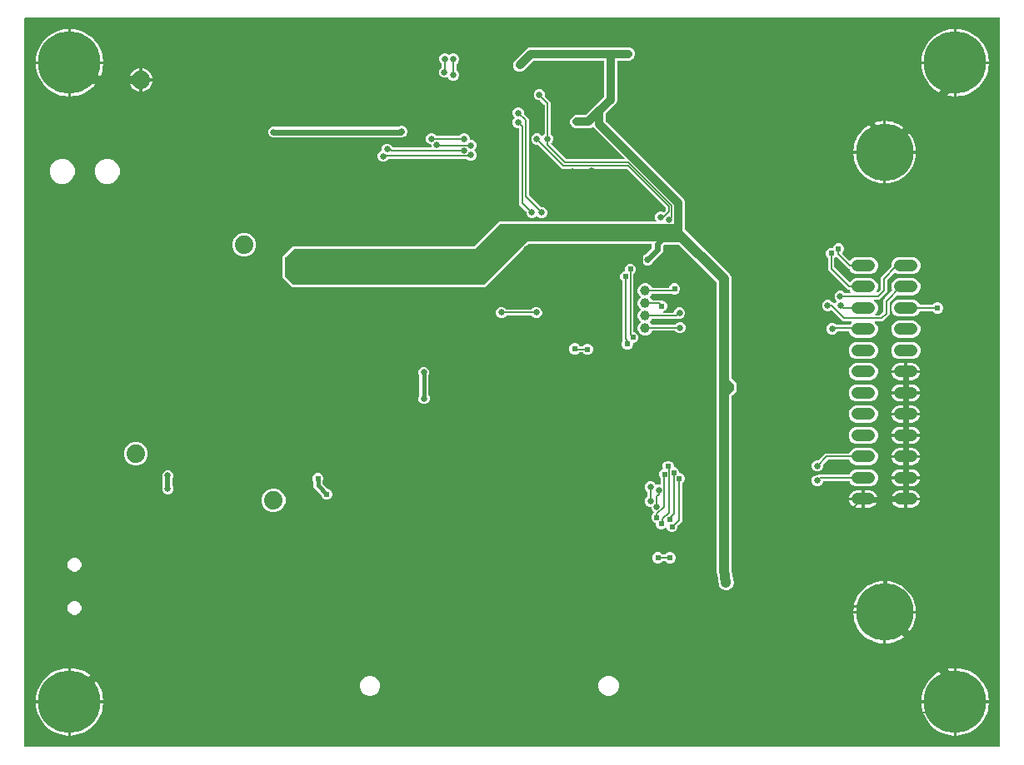
<source format=gbr>
G04 EAGLE Gerber RS-274X export*
G75*
%MOMM*%
%FSLAX34Y34*%
%LPD*%
%INBottom Copper*%
%IPPOS*%
%AMOC8*
5,1,8,0,0,1.08239X$1,22.5*%
G01*
%ADD10C,1.219200*%
%ADD11C,5.842000*%
%ADD12C,6.350000*%
%ADD13C,1.879600*%
%ADD14C,1.000000*%
%ADD15C,0.635000*%
%ADD16C,0.127000*%
%ADD17C,0.508000*%
%ADD18C,0.609600*%
%ADD19C,0.254000*%
%ADD20C,1.016000*%
%ADD21C,0.604000*%
%ADD22C,0.812800*%
%ADD23C,0.406400*%
%ADD24C,0.177800*%
%ADD25C,0.304800*%
%ADD26C,0.152400*%

G36*
X995020Y4242D02*
X995020Y4242D01*
X995039Y4240D01*
X995141Y4262D01*
X995243Y4279D01*
X995260Y4288D01*
X995280Y4292D01*
X995369Y4345D01*
X995460Y4394D01*
X995474Y4408D01*
X995491Y4418D01*
X995558Y4497D01*
X995630Y4572D01*
X995638Y4590D01*
X995651Y4605D01*
X995690Y4701D01*
X995733Y4795D01*
X995735Y4815D01*
X995743Y4833D01*
X995761Y5000D01*
X995761Y745000D01*
X995758Y745020D01*
X995760Y745039D01*
X995738Y745141D01*
X995722Y745243D01*
X995712Y745260D01*
X995708Y745280D01*
X995655Y745369D01*
X995606Y745460D01*
X995592Y745474D01*
X995582Y745491D01*
X995503Y745558D01*
X995428Y745630D01*
X995410Y745638D01*
X995395Y745651D01*
X995299Y745690D01*
X995205Y745733D01*
X995185Y745735D01*
X995167Y745743D01*
X995000Y745761D01*
X5000Y745761D01*
X4980Y745758D01*
X4961Y745760D01*
X4859Y745738D01*
X4757Y745722D01*
X4740Y745712D01*
X4720Y745708D01*
X4631Y745655D01*
X4540Y745606D01*
X4526Y745592D01*
X4509Y745582D01*
X4442Y745503D01*
X4371Y745428D01*
X4362Y745410D01*
X4349Y745395D01*
X4310Y745299D01*
X4267Y745205D01*
X4265Y745185D01*
X4257Y745167D01*
X4239Y745000D01*
X4239Y5000D01*
X4242Y4980D01*
X4240Y4961D01*
X4262Y4859D01*
X4279Y4757D01*
X4288Y4740D01*
X4292Y4720D01*
X4345Y4631D01*
X4394Y4540D01*
X4408Y4526D01*
X4418Y4509D01*
X4497Y4442D01*
X4572Y4371D01*
X4590Y4362D01*
X4605Y4349D01*
X4701Y4310D01*
X4795Y4267D01*
X4815Y4265D01*
X4833Y4257D01*
X5000Y4239D01*
X995000Y4239D01*
X995020Y4242D01*
G37*
%LPC*%
G36*
X713793Y164017D02*
X713793Y164017D01*
X711380Y165852D01*
X709853Y168471D01*
X708298Y179909D01*
X708293Y179922D01*
X708293Y179936D01*
X708247Y180098D01*
X707879Y180984D01*
X707879Y182933D01*
X707874Y182964D01*
X707872Y183035D01*
X707745Y183975D01*
X707854Y184391D01*
X707856Y184405D01*
X707861Y184419D01*
X707879Y184585D01*
X707879Y367126D01*
X707869Y367190D01*
X707868Y367256D01*
X707845Y367336D01*
X707840Y367368D01*
X707830Y367386D01*
X707821Y367417D01*
X707379Y368484D01*
X707379Y476528D01*
X707365Y476618D01*
X707357Y476709D01*
X707345Y476739D01*
X707340Y476771D01*
X707297Y476851D01*
X707261Y476935D01*
X707235Y476968D01*
X707224Y476988D01*
X707201Y477010D01*
X707156Y477066D01*
X669621Y514601D01*
X669547Y514654D01*
X669478Y514714D01*
X669448Y514726D01*
X669422Y514745D01*
X669335Y514772D01*
X669250Y514806D01*
X669209Y514810D01*
X669187Y514817D01*
X669154Y514816D01*
X669083Y514824D01*
X654543Y514824D01*
X654453Y514810D01*
X654362Y514802D01*
X654332Y514790D01*
X654300Y514785D01*
X654220Y514742D01*
X654136Y514706D01*
X654104Y514680D01*
X654083Y514669D01*
X654061Y514646D01*
X654005Y514601D01*
X653312Y513908D01*
X653258Y513834D01*
X653199Y513765D01*
X653187Y513735D01*
X653168Y513708D01*
X653141Y513621D01*
X653107Y513536D01*
X653103Y513495D01*
X653096Y513473D01*
X653097Y513441D01*
X653089Y513370D01*
X653089Y508388D01*
X652238Y506334D01*
X642580Y496676D01*
X642541Y496623D01*
X642495Y496576D01*
X642455Y496503D01*
X642436Y496476D01*
X642430Y496458D01*
X642415Y496429D01*
X642346Y496262D01*
X640738Y494654D01*
X638637Y493784D01*
X636363Y493784D01*
X634262Y494654D01*
X632654Y496262D01*
X631784Y498363D01*
X631784Y500637D01*
X632654Y502738D01*
X634262Y504346D01*
X634429Y504415D01*
X634485Y504449D01*
X634545Y504475D01*
X634610Y504527D01*
X634638Y504544D01*
X634650Y504559D01*
X634676Y504580D01*
X641688Y511592D01*
X641741Y511666D01*
X641801Y511735D01*
X641813Y511766D01*
X641832Y511792D01*
X641859Y511879D01*
X641893Y511964D01*
X641897Y512004D01*
X641904Y512027D01*
X641903Y512059D01*
X641911Y512130D01*
X641911Y515063D01*
X641910Y515072D01*
X641910Y515077D01*
X641908Y515086D01*
X641910Y515102D01*
X641888Y515204D01*
X641872Y515306D01*
X641862Y515323D01*
X641858Y515343D01*
X641805Y515432D01*
X641756Y515523D01*
X641742Y515537D01*
X641732Y515554D01*
X641653Y515621D01*
X641578Y515693D01*
X641560Y515701D01*
X641545Y515714D01*
X641449Y515753D01*
X641355Y515796D01*
X641335Y515798D01*
X641317Y515806D01*
X641150Y515824D01*
X516631Y515824D01*
X516541Y515810D01*
X516450Y515802D01*
X516420Y515790D01*
X516388Y515785D01*
X516307Y515742D01*
X516223Y515706D01*
X516191Y515680D01*
X516171Y515669D01*
X516148Y515646D01*
X516147Y515645D01*
X516145Y515644D01*
X516143Y515642D01*
X516092Y515601D01*
X472315Y471824D01*
X276185Y471824D01*
X274101Y473908D01*
X268908Y479101D01*
X268907Y479101D01*
X266824Y481185D01*
X266824Y502815D01*
X277185Y513176D01*
X460869Y513176D01*
X460959Y513190D01*
X461050Y513198D01*
X461080Y513210D01*
X461112Y513215D01*
X461193Y513258D01*
X461277Y513294D01*
X461309Y513320D01*
X461329Y513331D01*
X461352Y513354D01*
X461408Y513399D01*
X486185Y538176D01*
X645903Y538176D01*
X645974Y538187D01*
X646046Y538189D01*
X646095Y538207D01*
X646146Y538215D01*
X646209Y538249D01*
X646277Y538274D01*
X646317Y538306D01*
X646363Y538331D01*
X646413Y538382D01*
X646469Y538427D01*
X646497Y538471D01*
X646533Y538509D01*
X646563Y538574D01*
X646602Y538634D01*
X646614Y538685D01*
X646636Y538732D01*
X646644Y538803D01*
X646662Y538873D01*
X646658Y538925D01*
X646663Y538976D01*
X646648Y539047D01*
X646643Y539118D01*
X646622Y539166D01*
X646611Y539217D01*
X646574Y539278D01*
X646546Y539344D01*
X646502Y539400D01*
X646485Y539428D01*
X646467Y539443D01*
X646441Y539475D01*
X646181Y539735D01*
X645311Y541836D01*
X645311Y544110D01*
X646181Y546211D01*
X647789Y547819D01*
X649890Y548689D01*
X652164Y548689D01*
X653524Y548125D01*
X653638Y548099D01*
X653751Y548070D01*
X653757Y548071D01*
X653763Y548069D01*
X653880Y548080D01*
X653996Y548089D01*
X654002Y548092D01*
X654008Y548092D01*
X654116Y548140D01*
X654222Y548186D01*
X654228Y548190D01*
X654233Y548192D01*
X654247Y548205D01*
X654353Y548291D01*
X655628Y549565D01*
X655681Y549639D01*
X655741Y549709D01*
X655753Y549739D01*
X655772Y549765D01*
X655799Y549852D01*
X655833Y549937D01*
X655837Y549978D01*
X655844Y550000D01*
X655843Y550032D01*
X655851Y550104D01*
X655851Y552342D01*
X655848Y552361D01*
X655850Y552378D01*
X655835Y552446D01*
X655829Y552523D01*
X655817Y552553D01*
X655811Y552585D01*
X655801Y552605D01*
X655798Y552619D01*
X655766Y552672D01*
X655733Y552750D01*
X655707Y552782D01*
X655696Y552802D01*
X655677Y552821D01*
X655672Y552830D01*
X655663Y552837D01*
X655628Y552881D01*
X616434Y592074D01*
X616361Y592127D01*
X616291Y592187D01*
X616261Y592199D01*
X616235Y592218D01*
X616148Y592245D01*
X616063Y592279D01*
X616022Y592283D01*
X616000Y592290D01*
X615967Y592289D01*
X615896Y592297D01*
X550712Y592297D01*
X526448Y616561D01*
X526374Y616614D01*
X526304Y616674D01*
X526274Y616686D01*
X526248Y616705D01*
X526161Y616732D01*
X526076Y616766D01*
X526035Y616770D01*
X526013Y616777D01*
X525981Y616776D01*
X525909Y616784D01*
X523863Y616784D01*
X521762Y617654D01*
X520154Y619262D01*
X519284Y621363D01*
X519284Y623637D01*
X520154Y625738D01*
X521762Y627346D01*
X523863Y628216D01*
X526137Y628216D01*
X528238Y627346D01*
X529871Y625713D01*
X529908Y625686D01*
X529939Y625652D01*
X530007Y625615D01*
X530070Y625569D01*
X530114Y625556D01*
X530154Y625534D01*
X530231Y625520D01*
X530305Y625497D01*
X530351Y625498D01*
X530396Y625490D01*
X530473Y625501D01*
X530551Y625503D01*
X530594Y625519D01*
X530640Y625526D01*
X530709Y625561D01*
X530782Y625588D01*
X530818Y625616D01*
X530859Y625637D01*
X530914Y625693D01*
X530974Y625741D01*
X530999Y625780D01*
X531031Y625813D01*
X531050Y625848D01*
X532523Y627321D01*
X532576Y627394D01*
X532636Y627464D01*
X532648Y627494D01*
X532667Y627520D01*
X532694Y627607D01*
X532728Y627692D01*
X532732Y627733D01*
X532739Y627755D01*
X532738Y627788D01*
X532746Y627859D01*
X532746Y656947D01*
X532732Y657037D01*
X532724Y657128D01*
X532712Y657158D01*
X532707Y657190D01*
X532664Y657271D01*
X532628Y657355D01*
X532602Y657387D01*
X532591Y657407D01*
X532568Y657430D01*
X532523Y657486D01*
X528448Y661561D01*
X528374Y661614D01*
X528304Y661674D01*
X528274Y661686D01*
X528248Y661705D01*
X528161Y661732D01*
X528076Y661766D01*
X528035Y661770D01*
X528013Y661777D01*
X527981Y661776D01*
X527909Y661784D01*
X526363Y661784D01*
X524262Y662654D01*
X522654Y664262D01*
X521784Y666363D01*
X521784Y668637D01*
X522654Y670738D01*
X524262Y672346D01*
X526363Y673216D01*
X528637Y673216D01*
X530738Y672346D01*
X532346Y670738D01*
X533216Y668637D01*
X533216Y666321D01*
X533212Y666304D01*
X533183Y666190D01*
X533184Y666184D01*
X533182Y666178D01*
X533193Y666062D01*
X533202Y665945D01*
X533205Y665939D01*
X533205Y665933D01*
X533253Y665826D01*
X533298Y665719D01*
X533303Y665713D01*
X533305Y665708D01*
X533318Y665695D01*
X533403Y665588D01*
X539098Y659893D01*
X539098Y627859D01*
X539112Y627769D01*
X539120Y627678D01*
X539132Y627648D01*
X539137Y627616D01*
X539180Y627535D01*
X539216Y627451D01*
X539242Y627419D01*
X539253Y627399D01*
X539276Y627376D01*
X539321Y627321D01*
X540768Y625874D01*
X541638Y623773D01*
X541638Y621499D01*
X540768Y619398D01*
X539585Y618216D01*
X539573Y618200D01*
X539558Y618187D01*
X539502Y618100D01*
X539441Y618016D01*
X539436Y617997D01*
X539425Y617980D01*
X539400Y617880D01*
X539369Y617781D01*
X539370Y617761D01*
X539365Y617742D01*
X539373Y617639D01*
X539375Y617535D01*
X539382Y617516D01*
X539384Y617496D01*
X539424Y617402D01*
X539460Y617304D01*
X539472Y617288D01*
X539480Y617270D01*
X539585Y617139D01*
X554566Y602158D01*
X554640Y602105D01*
X554710Y602045D01*
X554740Y602033D01*
X554766Y602014D01*
X554853Y601988D01*
X554938Y601953D01*
X554979Y601949D01*
X555001Y601942D01*
X555033Y601943D01*
X555105Y601935D01*
X613387Y601935D01*
X613458Y601946D01*
X613529Y601948D01*
X613578Y601966D01*
X613630Y601975D01*
X613693Y602008D01*
X613760Y602033D01*
X613801Y602065D01*
X613847Y602090D01*
X613896Y602142D01*
X613952Y602186D01*
X613980Y602230D01*
X614016Y602268D01*
X614047Y602333D01*
X614085Y602393D01*
X614098Y602444D01*
X614120Y602491D01*
X614128Y602562D01*
X614145Y602632D01*
X614141Y602684D01*
X614147Y602736D01*
X614132Y602806D01*
X614126Y602877D01*
X614106Y602925D01*
X614095Y602976D01*
X614058Y603038D01*
X614030Y603103D01*
X613985Y603159D01*
X613969Y603187D01*
X613951Y603202D01*
X613925Y603234D01*
X582901Y634259D01*
X582809Y634480D01*
X582785Y634519D01*
X582769Y634562D01*
X582721Y634623D01*
X582680Y634689D01*
X582644Y634718D01*
X582615Y634754D01*
X582550Y634796D01*
X582490Y634846D01*
X582447Y634862D01*
X582409Y634887D01*
X582333Y634906D01*
X582260Y634934D01*
X582215Y634936D01*
X582170Y634947D01*
X582092Y634941D01*
X582015Y634945D01*
X581971Y634932D01*
X581925Y634928D01*
X581853Y634898D01*
X581778Y634876D01*
X581741Y634850D01*
X581698Y634832D01*
X581592Y634746D01*
X581576Y634736D01*
X581573Y634732D01*
X581567Y634727D01*
X581241Y634401D01*
X578814Y633395D01*
X564186Y633395D01*
X561759Y634401D01*
X559901Y636259D01*
X558895Y638686D01*
X558895Y641314D01*
X559901Y643741D01*
X561759Y645599D01*
X564186Y646605D01*
X574449Y646605D01*
X574539Y646619D01*
X574630Y646627D01*
X574660Y646639D01*
X574692Y646644D01*
X574772Y646687D01*
X574856Y646723D01*
X574888Y646749D01*
X574909Y646760D01*
X574931Y646783D01*
X574987Y646828D01*
X593172Y665013D01*
X593225Y665087D01*
X593285Y665156D01*
X593297Y665186D01*
X593316Y665213D01*
X593343Y665300D01*
X593377Y665384D01*
X593381Y665425D01*
X593388Y665448D01*
X593387Y665480D01*
X593395Y665551D01*
X593395Y701134D01*
X593392Y701154D01*
X593394Y701173D01*
X593372Y701275D01*
X593356Y701377D01*
X593346Y701394D01*
X593342Y701414D01*
X593289Y701503D01*
X593240Y701594D01*
X593226Y701608D01*
X593216Y701625D01*
X593137Y701692D01*
X593062Y701764D01*
X593044Y701772D01*
X593029Y701785D01*
X592933Y701824D01*
X592839Y701867D01*
X592819Y701869D01*
X592801Y701877D01*
X592634Y701895D01*
X521524Y701895D01*
X521434Y701881D01*
X521343Y701873D01*
X521313Y701861D01*
X521281Y701856D01*
X521201Y701813D01*
X521117Y701777D01*
X521085Y701751D01*
X521064Y701740D01*
X521042Y701717D01*
X520986Y701672D01*
X511214Y691901D01*
X508787Y690895D01*
X506159Y690895D01*
X503732Y691901D01*
X501874Y693759D01*
X500868Y696186D01*
X500868Y698814D01*
X501874Y701241D01*
X514732Y714099D01*
X517159Y715105D01*
X598328Y715105D01*
X598392Y715115D01*
X598458Y715116D01*
X598538Y715139D01*
X598570Y715144D01*
X598588Y715154D01*
X598619Y715163D01*
X599686Y715605D01*
X619314Y715605D01*
X621741Y714599D01*
X623599Y712741D01*
X624605Y710314D01*
X624605Y707686D01*
X623599Y705259D01*
X621741Y703401D01*
X619314Y702395D01*
X607366Y702395D01*
X607346Y702392D01*
X607327Y702394D01*
X607225Y702372D01*
X607123Y702356D01*
X607106Y702346D01*
X607086Y702342D01*
X606997Y702289D01*
X606906Y702240D01*
X606892Y702226D01*
X606875Y702216D01*
X606808Y702137D01*
X606736Y702062D01*
X606728Y702044D01*
X606715Y702029D01*
X606676Y701933D01*
X606633Y701839D01*
X606631Y701819D01*
X606623Y701801D01*
X606605Y701634D01*
X606605Y661186D01*
X605599Y658759D01*
X595328Y648487D01*
X595275Y648413D01*
X595215Y648344D01*
X595203Y648314D01*
X595184Y648287D01*
X595157Y648200D01*
X595123Y648116D01*
X595119Y648075D01*
X595112Y648052D01*
X595113Y648020D01*
X595105Y647949D01*
X595105Y641051D01*
X595119Y640961D01*
X595127Y640870D01*
X595139Y640840D01*
X595144Y640808D01*
X595187Y640728D01*
X595223Y640644D01*
X595249Y640612D01*
X595260Y640591D01*
X595283Y640569D01*
X595328Y640513D01*
X674599Y561241D01*
X675605Y558814D01*
X675605Y534202D01*
X675619Y534112D01*
X675627Y534021D01*
X675639Y533991D01*
X675644Y533959D01*
X675676Y533900D01*
X675676Y530417D01*
X675690Y530327D01*
X675698Y530236D01*
X675710Y530206D01*
X675715Y530174D01*
X675758Y530093D01*
X675794Y530010D01*
X675820Y529977D01*
X675831Y529957D01*
X675854Y529935D01*
X675899Y529879D01*
X719210Y486568D01*
X721461Y484317D01*
X722621Y481516D01*
X722621Y379686D01*
X722635Y379596D01*
X722643Y379505D01*
X722655Y379475D01*
X722660Y379443D01*
X722703Y379362D01*
X722739Y379278D01*
X722765Y379246D01*
X722776Y379226D01*
X722799Y379203D01*
X722844Y379147D01*
X723399Y378593D01*
X723399Y378592D01*
X726092Y375899D01*
X728176Y373815D01*
X728176Y366185D01*
X723344Y361353D01*
X723291Y361279D01*
X723231Y361209D01*
X723219Y361179D01*
X723200Y361153D01*
X723173Y361066D01*
X723139Y360981D01*
X723135Y360940D01*
X723128Y360918D01*
X723129Y360886D01*
X723121Y360814D01*
X723121Y184067D01*
X723126Y184036D01*
X723128Y183965D01*
X724955Y170525D01*
X724183Y167593D01*
X722348Y165180D01*
X719729Y163653D01*
X716725Y163245D01*
X713793Y164017D01*
G37*
%LPD*%
G36*
X471042Y474373D02*
X471042Y474373D01*
X471084Y474371D01*
X471151Y474393D01*
X471221Y474405D01*
X471257Y474427D01*
X471298Y474440D01*
X471371Y474494D01*
X471414Y474520D01*
X471427Y474536D01*
X471448Y474552D01*
X515263Y518366D01*
X653237Y518366D01*
X654052Y517552D01*
X654086Y517527D01*
X654115Y517496D01*
X654178Y517464D01*
X654236Y517423D01*
X654277Y517413D01*
X654315Y517393D01*
X654404Y517380D01*
X654453Y517368D01*
X654474Y517370D01*
X654500Y517366D01*
X670000Y517366D01*
X670042Y517373D01*
X670084Y517371D01*
X670151Y517393D01*
X670221Y517405D01*
X670257Y517427D01*
X670298Y517440D01*
X670371Y517494D01*
X670414Y517520D01*
X670427Y517536D01*
X670448Y517552D01*
X672948Y520052D01*
X672973Y520086D01*
X673004Y520115D01*
X673036Y520178D01*
X673077Y520236D01*
X673087Y520277D01*
X673107Y520315D01*
X673120Y520404D01*
X673133Y520453D01*
X673130Y520474D01*
X673134Y520500D01*
X673134Y532500D01*
X673127Y532542D01*
X673129Y532584D01*
X673107Y532651D01*
X673095Y532721D01*
X673073Y532757D01*
X673060Y532798D01*
X673006Y532871D01*
X672980Y532914D01*
X672964Y532927D01*
X672948Y532948D01*
X670448Y535448D01*
X670414Y535473D01*
X670385Y535504D01*
X670322Y535536D01*
X670264Y535577D01*
X670223Y535587D01*
X670185Y535607D01*
X670096Y535620D01*
X670047Y535633D01*
X670026Y535630D01*
X670000Y535634D01*
X487500Y535634D01*
X487458Y535627D01*
X487416Y535629D01*
X487349Y535607D01*
X487279Y535595D01*
X487243Y535573D01*
X487202Y535560D01*
X487129Y535506D01*
X487086Y535480D01*
X487073Y535464D01*
X487052Y535448D01*
X462237Y510634D01*
X278500Y510634D01*
X278458Y510627D01*
X278416Y510629D01*
X278349Y510607D01*
X278279Y510595D01*
X278243Y510573D01*
X278202Y510560D01*
X278129Y510506D01*
X278086Y510480D01*
X278073Y510464D01*
X278052Y510448D01*
X269552Y501948D01*
X269527Y501914D01*
X269496Y501885D01*
X269464Y501822D01*
X269423Y501764D01*
X269413Y501723D01*
X269393Y501685D01*
X269380Y501596D01*
X269368Y501547D01*
X269370Y501526D01*
X269366Y501500D01*
X269366Y482500D01*
X269373Y482458D01*
X269371Y482416D01*
X269393Y482349D01*
X269405Y482279D01*
X269427Y482243D01*
X269440Y482202D01*
X269494Y482129D01*
X269520Y482086D01*
X269536Y482073D01*
X269552Y482052D01*
X277052Y474552D01*
X277086Y474527D01*
X277115Y474496D01*
X277178Y474464D01*
X277236Y474423D01*
X277277Y474413D01*
X277315Y474393D01*
X277404Y474380D01*
X277453Y474368D01*
X277474Y474370D01*
X277500Y474366D01*
X471000Y474366D01*
X471042Y474373D01*
G37*
%LPC*%
G36*
X848896Y420338D02*
X848896Y420338D01*
X845722Y421653D01*
X843292Y424083D01*
X842404Y426227D01*
X842342Y426327D01*
X842282Y426427D01*
X842277Y426431D01*
X842274Y426436D01*
X842184Y426511D01*
X842095Y426587D01*
X842090Y426589D01*
X842085Y426593D01*
X841976Y426635D01*
X841867Y426679D01*
X841860Y426680D01*
X841855Y426681D01*
X841837Y426682D01*
X841700Y426697D01*
X830534Y426697D01*
X830419Y426678D01*
X830303Y426661D01*
X830298Y426659D01*
X830292Y426658D01*
X830189Y426603D01*
X830084Y426550D01*
X830080Y426545D01*
X830074Y426542D01*
X829994Y426458D01*
X829912Y426374D01*
X829908Y426368D01*
X829905Y426364D01*
X829897Y426347D01*
X829856Y426273D01*
X828238Y424654D01*
X826137Y423784D01*
X823863Y423784D01*
X821762Y424654D01*
X820154Y426262D01*
X819284Y428363D01*
X819284Y430637D01*
X820154Y432738D01*
X821762Y434346D01*
X823863Y435216D01*
X826137Y435216D01*
X828238Y434346D01*
X829058Y433526D01*
X829132Y433473D01*
X829201Y433413D01*
X829231Y433401D01*
X829257Y433382D01*
X829344Y433355D01*
X829429Y433321D01*
X829470Y433317D01*
X829492Y433310D01*
X829525Y433311D01*
X829596Y433303D01*
X842550Y433303D01*
X842664Y433322D01*
X842781Y433339D01*
X842786Y433341D01*
X842792Y433342D01*
X842895Y433397D01*
X843000Y433450D01*
X843004Y433455D01*
X843010Y433458D01*
X843090Y433542D01*
X843172Y433626D01*
X843176Y433632D01*
X843179Y433636D01*
X843187Y433653D01*
X843253Y433773D01*
X843292Y433867D01*
X844823Y435398D01*
X844864Y435456D01*
X844914Y435508D01*
X844936Y435555D01*
X844966Y435597D01*
X844987Y435666D01*
X845017Y435731D01*
X845023Y435783D01*
X845038Y435833D01*
X845037Y435904D01*
X845044Y435975D01*
X845033Y436026D01*
X845032Y436078D01*
X845007Y436146D01*
X844992Y436216D01*
X844966Y436261D01*
X844948Y436309D01*
X844903Y436365D01*
X844866Y436427D01*
X844826Y436461D01*
X844794Y436501D01*
X844734Y436540D01*
X844679Y436587D01*
X844631Y436606D01*
X844587Y436634D01*
X844518Y436652D01*
X844451Y436679D01*
X844380Y436687D01*
X844348Y436695D01*
X844325Y436693D01*
X844284Y436697D01*
X836132Y436697D01*
X824745Y448085D01*
X824728Y448096D01*
X824716Y448112D01*
X824628Y448168D01*
X824545Y448228D01*
X824526Y448234D01*
X824509Y448245D01*
X824408Y448270D01*
X824310Y448301D01*
X824290Y448300D01*
X824270Y448305D01*
X824167Y448297D01*
X824064Y448294D01*
X824045Y448287D01*
X824025Y448286D01*
X823930Y448245D01*
X823833Y448210D01*
X823817Y448197D01*
X823799Y448189D01*
X823774Y448169D01*
X821637Y447284D01*
X819363Y447284D01*
X817262Y448154D01*
X815654Y449762D01*
X814784Y451863D01*
X814784Y454137D01*
X815654Y456238D01*
X817262Y457846D01*
X819363Y458716D01*
X821637Y458716D01*
X823738Y457846D01*
X825058Y456526D01*
X825132Y456473D01*
X825201Y456413D01*
X825231Y456401D01*
X825257Y456382D01*
X825344Y456355D01*
X825429Y456321D01*
X825470Y456317D01*
X825492Y456310D01*
X825525Y456311D01*
X825596Y456303D01*
X825868Y456303D01*
X827052Y455119D01*
X827089Y455092D01*
X827120Y455058D01*
X827162Y455036D01*
X827192Y455009D01*
X827220Y454998D01*
X827251Y454975D01*
X827295Y454962D01*
X827336Y454940D01*
X827388Y454930D01*
X827421Y454917D01*
X827452Y454914D01*
X827487Y454903D01*
X827532Y454904D01*
X827578Y454896D01*
X827655Y454907D01*
X827732Y454909D01*
X827776Y454925D01*
X827821Y454932D01*
X827890Y454967D01*
X827963Y454994D01*
X827999Y455023D01*
X828040Y455043D01*
X828049Y455052D01*
X828051Y455054D01*
X828085Y455089D01*
X828095Y455099D01*
X828156Y455148D01*
X828180Y455186D01*
X828212Y455219D01*
X828218Y455229D01*
X828221Y455232D01*
X828227Y455245D01*
X828278Y455339D01*
X828289Y455355D01*
X828290Y455359D01*
X828293Y455366D01*
X828654Y456238D01*
X829378Y456962D01*
X829390Y456978D01*
X829406Y456990D01*
X829462Y457078D01*
X829522Y457161D01*
X829528Y457180D01*
X829539Y457197D01*
X829564Y457298D01*
X829594Y457397D01*
X829594Y457416D01*
X829599Y457436D01*
X829591Y457539D01*
X829588Y457642D01*
X829581Y457661D01*
X829580Y457681D01*
X829539Y457776D01*
X829504Y457873D01*
X829491Y457889D01*
X829483Y457907D01*
X829378Y458038D01*
X828431Y458985D01*
X827561Y461086D01*
X827561Y463360D01*
X828431Y465461D01*
X830039Y467069D01*
X832140Y467939D01*
X834414Y467939D01*
X836515Y467069D01*
X837835Y465749D01*
X837908Y465696D01*
X837978Y465636D01*
X838008Y465624D01*
X838034Y465605D01*
X838121Y465578D01*
X838206Y465544D01*
X838247Y465540D01*
X838269Y465533D01*
X838302Y465534D01*
X838373Y465526D01*
X843191Y465526D01*
X843262Y465537D01*
X843334Y465539D01*
X843383Y465557D01*
X843434Y465566D01*
X843497Y465599D01*
X843565Y465624D01*
X843605Y465656D01*
X843651Y465681D01*
X843701Y465733D01*
X843757Y465777D01*
X843785Y465821D01*
X843821Y465859D01*
X843851Y465924D01*
X843890Y465984D01*
X843902Y466035D01*
X843924Y466082D01*
X843932Y466153D01*
X843950Y466223D01*
X843946Y466275D01*
X843951Y466326D01*
X843936Y466397D01*
X843931Y466468D01*
X843910Y466516D01*
X843899Y466567D01*
X843862Y466628D01*
X843834Y466694D01*
X843789Y466750D01*
X843773Y466778D01*
X843755Y466793D01*
X843730Y466825D01*
X843292Y467263D01*
X842776Y468509D01*
X842714Y468609D01*
X842654Y468709D01*
X842650Y468713D01*
X842646Y468718D01*
X842556Y468793D01*
X842467Y468869D01*
X842461Y468871D01*
X842457Y468875D01*
X842348Y468917D01*
X842239Y468961D01*
X842232Y468962D01*
X842227Y468963D01*
X842209Y468964D01*
X842072Y468979D01*
X841030Y468979D01*
X820824Y489185D01*
X820824Y500996D01*
X820810Y501086D01*
X820802Y501177D01*
X820790Y501207D01*
X820785Y501239D01*
X820742Y501320D01*
X820706Y501404D01*
X820680Y501436D01*
X820669Y501456D01*
X820646Y501479D01*
X820601Y501535D01*
X819286Y502850D01*
X818439Y504894D01*
X818439Y507106D01*
X819286Y509150D01*
X820850Y510714D01*
X822894Y511561D01*
X825179Y511561D01*
X825249Y511544D01*
X825269Y511546D01*
X825289Y511543D01*
X825391Y511558D01*
X825494Y511567D01*
X825513Y511575D01*
X825532Y511578D01*
X825624Y511625D01*
X825719Y511667D01*
X825734Y511681D01*
X825752Y511690D01*
X825824Y511764D01*
X825900Y511833D01*
X825910Y511851D01*
X825924Y511865D01*
X826005Y512012D01*
X826786Y513898D01*
X828350Y515462D01*
X830394Y516309D01*
X832606Y516309D01*
X834650Y515462D01*
X836214Y513898D01*
X837061Y511854D01*
X837061Y509642D01*
X836214Y507598D01*
X835592Y506976D01*
X835580Y506960D01*
X835565Y506947D01*
X835509Y506860D01*
X835448Y506776D01*
X835443Y506757D01*
X835432Y506740D01*
X835406Y506640D01*
X835376Y506541D01*
X835377Y506521D01*
X835372Y506502D01*
X835380Y506399D01*
X835382Y506295D01*
X835389Y506276D01*
X835391Y506257D01*
X835431Y506162D01*
X835467Y506064D01*
X835479Y506048D01*
X835487Y506030D01*
X835592Y505899D01*
X842535Y498956D01*
X842551Y498945D01*
X842563Y498929D01*
X842651Y498873D01*
X842734Y498813D01*
X842753Y498807D01*
X842770Y498796D01*
X842871Y498771D01*
X842970Y498741D01*
X842989Y498741D01*
X843009Y498736D01*
X843112Y498744D01*
X843215Y498747D01*
X843234Y498754D01*
X843254Y498755D01*
X843349Y498796D01*
X843446Y498831D01*
X843462Y498844D01*
X843480Y498852D01*
X843611Y498956D01*
X845722Y501067D01*
X848896Y502382D01*
X864524Y502382D01*
X867698Y501067D01*
X870128Y498637D01*
X871443Y495463D01*
X871443Y492027D01*
X870128Y488853D01*
X867698Y486423D01*
X864524Y485108D01*
X848896Y485108D01*
X845722Y486423D01*
X843292Y488853D01*
X842776Y490099D01*
X842714Y490199D01*
X842654Y490299D01*
X842650Y490303D01*
X842646Y490308D01*
X842556Y490383D01*
X842467Y490459D01*
X842461Y490461D01*
X842457Y490465D01*
X842348Y490507D01*
X842239Y490551D01*
X842232Y490552D01*
X842227Y490553D01*
X842209Y490554D01*
X842072Y490569D01*
X841940Y490569D01*
X839856Y492653D01*
X829725Y502784D01*
X829709Y502796D01*
X829696Y502811D01*
X829609Y502867D01*
X829525Y502928D01*
X829506Y502933D01*
X829489Y502944D01*
X829389Y502970D01*
X829290Y503000D01*
X829270Y502999D01*
X829251Y503004D01*
X829148Y502996D01*
X829044Y502994D01*
X829025Y502987D01*
X829005Y502985D01*
X828911Y502945D01*
X828813Y502909D01*
X828797Y502897D01*
X828779Y502889D01*
X828648Y502784D01*
X827399Y501535D01*
X827346Y501461D01*
X827286Y501391D01*
X827274Y501361D01*
X827255Y501335D01*
X827228Y501248D01*
X827194Y501163D01*
X827190Y501122D01*
X827183Y501100D01*
X827184Y501068D01*
X827176Y500996D01*
X827176Y492131D01*
X827190Y492041D01*
X827198Y491950D01*
X827210Y491920D01*
X827215Y491888D01*
X827258Y491807D01*
X827294Y491723D01*
X827320Y491691D01*
X827331Y491671D01*
X827354Y491648D01*
X827399Y491592D01*
X842092Y476900D01*
X842129Y476873D01*
X842160Y476839D01*
X842229Y476801D01*
X842291Y476756D01*
X842335Y476742D01*
X842376Y476720D01*
X842452Y476706D01*
X842526Y476684D01*
X842573Y476685D01*
X842618Y476677D01*
X842695Y476688D01*
X842772Y476690D01*
X842816Y476706D01*
X842861Y476713D01*
X842930Y476748D01*
X843003Y476774D01*
X843040Y476803D01*
X843081Y476824D01*
X843135Y476880D01*
X843195Y476928D01*
X843220Y476967D01*
X843253Y477000D01*
X843262Y477018D01*
X845722Y479477D01*
X848896Y480792D01*
X864524Y480792D01*
X867698Y479477D01*
X870128Y477047D01*
X871443Y473873D01*
X871443Y470437D01*
X870204Y467446D01*
X870181Y467351D01*
X870153Y467258D01*
X870153Y467231D01*
X870147Y467206D01*
X870157Y467109D01*
X870159Y467012D01*
X870168Y466987D01*
X870171Y466961D01*
X870210Y466872D01*
X870244Y466781D01*
X870260Y466760D01*
X870271Y466736D01*
X870336Y466665D01*
X870397Y466589D01*
X870419Y466575D01*
X870437Y466555D01*
X870522Y466508D01*
X870604Y466456D01*
X870630Y466449D01*
X870652Y466437D01*
X870748Y466419D01*
X870843Y466396D01*
X870869Y466398D01*
X870895Y466393D01*
X870991Y466407D01*
X871088Y466415D01*
X871112Y466425D01*
X871138Y466429D01*
X871225Y466473D01*
X871314Y466511D01*
X871340Y466532D01*
X871357Y466540D01*
X871380Y466564D01*
X871445Y466616D01*
X873974Y469145D01*
X874027Y469219D01*
X874087Y469288D01*
X874099Y469319D01*
X874118Y469345D01*
X874145Y469432D01*
X874179Y469517D01*
X874183Y469558D01*
X874190Y469580D01*
X874189Y469612D01*
X874197Y469683D01*
X874197Y481368D01*
X884934Y492105D01*
X884987Y492179D01*
X885047Y492248D01*
X885059Y492279D01*
X885078Y492305D01*
X885105Y492392D01*
X885139Y492477D01*
X885143Y492518D01*
X885150Y492540D01*
X885149Y492572D01*
X885157Y492643D01*
X885157Y495463D01*
X886472Y498637D01*
X888902Y501067D01*
X892076Y502382D01*
X907704Y502382D01*
X910878Y501067D01*
X913308Y498637D01*
X914623Y495463D01*
X914623Y492027D01*
X913308Y488853D01*
X910878Y486423D01*
X907704Y485108D01*
X892076Y485108D01*
X889154Y486319D01*
X889040Y486345D01*
X888927Y486374D01*
X888921Y486373D01*
X888914Y486375D01*
X888798Y486364D01*
X888682Y486355D01*
X888676Y486352D01*
X888670Y486352D01*
X888562Y486304D01*
X888455Y486258D01*
X888449Y486254D01*
X888445Y486252D01*
X888431Y486239D01*
X888324Y486154D01*
X881026Y478855D01*
X880973Y478781D01*
X880913Y478712D01*
X880901Y478681D01*
X880882Y478655D01*
X880855Y478568D01*
X880821Y478483D01*
X880817Y478442D01*
X880810Y478420D01*
X880811Y478388D01*
X880803Y478317D01*
X880803Y466632D01*
X873091Y458920D01*
X868503Y458920D01*
X868432Y458909D01*
X868360Y458907D01*
X868311Y458889D01*
X868260Y458881D01*
X868197Y458847D01*
X868129Y458822D01*
X868089Y458790D01*
X868043Y458765D01*
X867993Y458714D01*
X867937Y458669D01*
X867909Y458625D01*
X867873Y458587D01*
X867843Y458522D01*
X867804Y458462D01*
X867792Y458411D01*
X867770Y458364D01*
X867762Y458293D01*
X867744Y458223D01*
X867748Y458171D01*
X867742Y458120D01*
X867758Y458049D01*
X867763Y457978D01*
X867784Y457930D01*
X867795Y457879D01*
X867832Y457818D01*
X867860Y457752D01*
X867904Y457696D01*
X867921Y457668D01*
X867939Y457653D01*
X867964Y457621D01*
X870128Y455457D01*
X871443Y452283D01*
X871443Y448847D01*
X870128Y445673D01*
X869057Y444602D01*
X869016Y444544D01*
X868966Y444492D01*
X868944Y444445D01*
X868914Y444403D01*
X868893Y444334D01*
X868863Y444269D01*
X868857Y444217D01*
X868842Y444167D01*
X868843Y444096D01*
X868836Y444025D01*
X868847Y443974D01*
X868848Y443922D01*
X868873Y443854D01*
X868888Y443784D01*
X868914Y443739D01*
X868932Y443691D01*
X868977Y443635D01*
X869014Y443573D01*
X869054Y443539D01*
X869086Y443499D01*
X869146Y443460D01*
X869201Y443413D01*
X869249Y443394D01*
X869293Y443366D01*
X869362Y443348D01*
X869429Y443321D01*
X869500Y443313D01*
X869531Y443305D01*
X869555Y443307D01*
X869596Y443303D01*
X873317Y443303D01*
X873407Y443317D01*
X873498Y443325D01*
X873527Y443337D01*
X873559Y443342D01*
X873640Y443385D01*
X873724Y443421D01*
X873756Y443447D01*
X873777Y443458D01*
X873799Y443481D01*
X873855Y443526D01*
X876474Y446145D01*
X876527Y446219D01*
X876587Y446288D01*
X876599Y446319D01*
X876618Y446345D01*
X876645Y446432D01*
X876679Y446517D01*
X876683Y446558D01*
X876690Y446580D01*
X876689Y446612D01*
X876697Y446683D01*
X876697Y458868D01*
X878855Y461026D01*
X885708Y467879D01*
X885776Y467973D01*
X885846Y468068D01*
X885848Y468074D01*
X885852Y468079D01*
X885886Y468190D01*
X885922Y468301D01*
X885922Y468308D01*
X885924Y468314D01*
X885921Y468431D01*
X885920Y468547D01*
X885918Y468555D01*
X885918Y468560D01*
X885911Y468577D01*
X885873Y468709D01*
X885157Y470437D01*
X885157Y473873D01*
X886472Y477047D01*
X888902Y479477D01*
X892076Y480792D01*
X907704Y480792D01*
X910878Y479477D01*
X913308Y477047D01*
X914623Y473873D01*
X914623Y470437D01*
X913308Y467263D01*
X910878Y464833D01*
X907704Y463518D01*
X892076Y463518D01*
X891565Y463730D01*
X891452Y463756D01*
X891338Y463785D01*
X891332Y463785D01*
X891326Y463786D01*
X891209Y463775D01*
X891093Y463766D01*
X891087Y463764D01*
X891081Y463763D01*
X890973Y463715D01*
X890867Y463670D01*
X890861Y463665D01*
X890856Y463663D01*
X890842Y463650D01*
X890736Y463565D01*
X883526Y456355D01*
X883473Y456281D01*
X883413Y456212D01*
X883401Y456181D01*
X883382Y456155D01*
X883355Y456068D01*
X883321Y455983D01*
X883317Y455942D01*
X883310Y455920D01*
X883311Y455888D01*
X883303Y455817D01*
X883303Y443632D01*
X876368Y436697D01*
X869136Y436697D01*
X869065Y436686D01*
X868993Y436684D01*
X868944Y436666D01*
X868893Y436658D01*
X868830Y436624D01*
X868762Y436599D01*
X868722Y436567D01*
X868676Y436542D01*
X868626Y436490D01*
X868570Y436446D01*
X868542Y436402D01*
X868506Y436364D01*
X868476Y436299D01*
X868437Y436239D01*
X868425Y436188D01*
X868403Y436141D01*
X868395Y436070D01*
X868377Y436000D01*
X868381Y435948D01*
X868376Y435897D01*
X868391Y435826D01*
X868396Y435755D01*
X868417Y435707D01*
X868428Y435656D01*
X868465Y435595D01*
X868493Y435529D01*
X868537Y435473D01*
X868554Y435445D01*
X868572Y435430D01*
X868597Y435398D01*
X870128Y433867D01*
X871443Y430693D01*
X871443Y427257D01*
X870128Y424083D01*
X867698Y421653D01*
X864524Y420338D01*
X848896Y420338D01*
G37*
%LPD*%
%LPC*%
G36*
X661394Y222439D02*
X661394Y222439D01*
X659350Y223286D01*
X657786Y224850D01*
X656939Y226894D01*
X656939Y226908D01*
X656928Y226979D01*
X656926Y227051D01*
X656908Y227100D01*
X656900Y227151D01*
X656866Y227215D01*
X656841Y227282D01*
X656809Y227323D01*
X656784Y227369D01*
X656732Y227418D01*
X656688Y227474D01*
X656644Y227502D01*
X656606Y227538D01*
X656541Y227568D01*
X656481Y227607D01*
X656430Y227620D01*
X656383Y227642D01*
X656312Y227649D01*
X656242Y227667D01*
X656190Y227663D01*
X656139Y227669D01*
X656068Y227653D01*
X655997Y227648D01*
X655949Y227627D01*
X655898Y227616D01*
X655837Y227580D01*
X655771Y227552D01*
X655715Y227507D01*
X655687Y227490D01*
X655672Y227472D01*
X655640Y227447D01*
X654479Y226286D01*
X652435Y225439D01*
X650223Y225439D01*
X648179Y226286D01*
X646615Y227850D01*
X645768Y229894D01*
X645768Y231483D01*
X645749Y231597D01*
X645732Y231714D01*
X645730Y231719D01*
X645729Y231725D01*
X645674Y231828D01*
X645621Y231933D01*
X645616Y231937D01*
X645613Y231943D01*
X645529Y232023D01*
X645445Y232105D01*
X645439Y232109D01*
X645435Y232112D01*
X645418Y232120D01*
X645298Y232186D01*
X643850Y232786D01*
X642286Y234350D01*
X641439Y236394D01*
X641439Y238606D01*
X642286Y240650D01*
X643601Y241965D01*
X643654Y242039D01*
X643676Y242065D01*
X643693Y242082D01*
X643694Y242086D01*
X643714Y242109D01*
X643726Y242139D01*
X643745Y242165D01*
X643772Y242252D01*
X643772Y242253D01*
X643796Y242305D01*
X643797Y242316D01*
X643806Y242337D01*
X643810Y242378D01*
X643817Y242400D01*
X643816Y242432D01*
X643824Y242504D01*
X643824Y242777D01*
X643810Y242867D01*
X643802Y242958D01*
X643790Y242988D01*
X643785Y243020D01*
X643742Y243101D01*
X643706Y243185D01*
X643680Y243217D01*
X643669Y243237D01*
X643646Y243259D01*
X643601Y243315D01*
X642154Y244762D01*
X641284Y246863D01*
X641284Y247523D01*
X641281Y247543D01*
X641283Y247562D01*
X641261Y247664D01*
X641245Y247766D01*
X641235Y247783D01*
X641231Y247803D01*
X641178Y247892D01*
X641129Y247983D01*
X641115Y247997D01*
X641105Y248014D01*
X641026Y248081D01*
X640951Y248153D01*
X640933Y248161D01*
X640918Y248174D01*
X640822Y248213D01*
X640728Y248256D01*
X640708Y248258D01*
X640690Y248266D01*
X640523Y248284D01*
X639363Y248284D01*
X637262Y249154D01*
X635654Y250762D01*
X634784Y252863D01*
X634784Y255137D01*
X635654Y257238D01*
X637101Y258685D01*
X637154Y258759D01*
X637214Y258828D01*
X637226Y258858D01*
X637245Y258884D01*
X637272Y258971D01*
X637306Y259056D01*
X637310Y259097D01*
X637317Y259119D01*
X637316Y259152D01*
X637324Y259223D01*
X637324Y263277D01*
X637310Y263367D01*
X637302Y263458D01*
X637290Y263488D01*
X637285Y263520D01*
X637242Y263601D01*
X637206Y263684D01*
X637180Y263717D01*
X637169Y263737D01*
X637146Y263759D01*
X637101Y263815D01*
X635654Y265262D01*
X634784Y267363D01*
X634784Y269637D01*
X635654Y271738D01*
X637262Y273346D01*
X639363Y274216D01*
X641637Y274216D01*
X643738Y273346D01*
X645346Y271738D01*
X645607Y271105D01*
X645618Y271088D01*
X645624Y271069D01*
X645682Y270984D01*
X645737Y270896D01*
X645752Y270884D01*
X645764Y270867D01*
X645847Y270806D01*
X645927Y270740D01*
X645945Y270732D01*
X645961Y270720D01*
X646060Y270688D01*
X646156Y270651D01*
X646176Y270650D01*
X646195Y270644D01*
X646299Y270645D01*
X646402Y270641D01*
X646421Y270646D01*
X646441Y270647D01*
X646602Y270693D01*
X647863Y271216D01*
X649889Y271216D01*
X649909Y271219D01*
X649928Y271217D01*
X650030Y271239D01*
X650132Y271255D01*
X650149Y271265D01*
X650169Y271269D01*
X650258Y271322D01*
X650349Y271371D01*
X650363Y271385D01*
X650380Y271395D01*
X650447Y271474D01*
X650519Y271549D01*
X650527Y271567D01*
X650540Y271582D01*
X650579Y271678D01*
X650622Y271772D01*
X650624Y271792D01*
X650632Y271810D01*
X650650Y271977D01*
X650650Y277341D01*
X650636Y277431D01*
X650628Y277522D01*
X650616Y277552D01*
X650611Y277584D01*
X650568Y277665D01*
X650532Y277749D01*
X650506Y277781D01*
X650495Y277801D01*
X650472Y277824D01*
X650427Y277880D01*
X649957Y278350D01*
X649110Y280394D01*
X649110Y282606D01*
X649957Y284650D01*
X651521Y286214D01*
X652799Y286743D01*
X652816Y286754D01*
X652835Y286760D01*
X652920Y286819D01*
X653008Y286873D01*
X653021Y286888D01*
X653037Y286900D01*
X653099Y286983D01*
X653165Y287063D01*
X653172Y287081D01*
X653184Y287097D01*
X653216Y287196D01*
X653253Y287292D01*
X653254Y287312D01*
X653260Y287331D01*
X653259Y287435D01*
X653263Y287538D01*
X653258Y287557D01*
X653258Y287577D01*
X653211Y287738D01*
X652939Y288394D01*
X652939Y290606D01*
X653786Y292650D01*
X655350Y294214D01*
X657394Y295061D01*
X659606Y295061D01*
X661650Y294214D01*
X663214Y292650D01*
X664061Y290606D01*
X664061Y289322D01*
X664064Y289302D01*
X664062Y289283D01*
X664084Y289181D01*
X664100Y289079D01*
X664110Y289062D01*
X664114Y289042D01*
X664167Y288953D01*
X664216Y288862D01*
X664230Y288848D01*
X664240Y288831D01*
X664319Y288764D01*
X664394Y288692D01*
X664412Y288684D01*
X664427Y288671D01*
X664523Y288632D01*
X664617Y288589D01*
X664637Y288587D01*
X664655Y288579D01*
X664822Y288561D01*
X665277Y288561D01*
X667321Y287714D01*
X668885Y286150D01*
X669732Y284106D01*
X669732Y283322D01*
X669735Y283302D01*
X669733Y283283D01*
X669755Y283181D01*
X669771Y283079D01*
X669781Y283062D01*
X669785Y283042D01*
X669838Y282953D01*
X669887Y282862D01*
X669901Y282848D01*
X669911Y282831D01*
X669990Y282764D01*
X670065Y282692D01*
X670083Y282684D01*
X670098Y282671D01*
X670194Y282632D01*
X670288Y282589D01*
X670308Y282587D01*
X670326Y282579D01*
X670493Y282561D01*
X670606Y282561D01*
X672650Y281714D01*
X674214Y280150D01*
X675061Y278106D01*
X675061Y275894D01*
X674214Y273850D01*
X672899Y272535D01*
X672846Y272461D01*
X672786Y272391D01*
X672774Y272361D01*
X672755Y272335D01*
X672728Y272248D01*
X672694Y272163D01*
X672690Y272122D01*
X672683Y272100D01*
X672684Y272068D01*
X672676Y271996D01*
X672676Y233685D01*
X668284Y229293D01*
X668231Y229219D01*
X668171Y229149D01*
X668159Y229119D01*
X668140Y229093D01*
X668113Y229006D01*
X668079Y228921D01*
X668075Y228880D01*
X668068Y228858D01*
X668069Y228826D01*
X668061Y228754D01*
X668061Y226894D01*
X667214Y224850D01*
X665650Y223286D01*
X663606Y222439D01*
X661394Y222439D01*
G37*
%LPD*%
%LPC*%
G36*
X367863Y599284D02*
X367863Y599284D01*
X365762Y600154D01*
X364154Y601762D01*
X363284Y603863D01*
X363284Y606137D01*
X364154Y608238D01*
X365762Y609846D01*
X366564Y610178D01*
X366664Y610239D01*
X366764Y610299D01*
X366768Y610304D01*
X366773Y610307D01*
X366848Y610397D01*
X366924Y610486D01*
X366926Y610492D01*
X366930Y610497D01*
X366972Y610605D01*
X367016Y610714D01*
X367017Y610722D01*
X367018Y610726D01*
X367019Y610745D01*
X367034Y610881D01*
X367034Y613126D01*
X367904Y615227D01*
X369512Y616835D01*
X371613Y617705D01*
X373887Y617705D01*
X375988Y616835D01*
X377596Y615227D01*
X377772Y614801D01*
X377806Y614746D01*
X377832Y614685D01*
X377884Y614620D01*
X377901Y614592D01*
X377916Y614580D01*
X377937Y614554D01*
X378592Y613899D01*
X378667Y613845D01*
X378736Y613786D01*
X378766Y613774D01*
X378792Y613755D01*
X378879Y613728D01*
X378964Y613694D01*
X379005Y613690D01*
X379027Y613683D01*
X379059Y613684D01*
X379131Y613676D01*
X417344Y613676D01*
X417389Y613683D01*
X417435Y613681D01*
X417510Y613703D01*
X417587Y613715D01*
X417627Y613737D01*
X417671Y613750D01*
X417735Y613794D01*
X417804Y613831D01*
X417836Y613864D01*
X417873Y613890D01*
X417920Y613953D01*
X417973Y614009D01*
X417993Y614051D01*
X418020Y614087D01*
X418044Y614161D01*
X418077Y614232D01*
X418082Y614278D01*
X418096Y614321D01*
X418096Y614399D01*
X418104Y614476D01*
X418094Y614521D01*
X418094Y614567D01*
X418056Y614698D01*
X418052Y614717D01*
X418049Y614721D01*
X418047Y614728D01*
X417784Y615363D01*
X417784Y616135D01*
X417781Y616155D01*
X417783Y616174D01*
X417761Y616276D01*
X417745Y616378D01*
X417735Y616395D01*
X417731Y616415D01*
X417678Y616504D01*
X417629Y616595D01*
X417615Y616609D01*
X417605Y616626D01*
X417526Y616693D01*
X417451Y616765D01*
X417433Y616773D01*
X417418Y616786D01*
X417322Y616825D01*
X417228Y616868D01*
X417208Y616870D01*
X417190Y616878D01*
X417023Y616896D01*
X416863Y616896D01*
X414762Y617766D01*
X413154Y619374D01*
X412284Y621475D01*
X412284Y623749D01*
X413154Y625850D01*
X414762Y627458D01*
X416863Y628328D01*
X419137Y628328D01*
X421238Y627458D01*
X422868Y625828D01*
X422942Y625775D01*
X423011Y625715D01*
X423041Y625703D01*
X423067Y625684D01*
X423154Y625657D01*
X423239Y625623D01*
X423280Y625619D01*
X423302Y625612D01*
X423335Y625613D01*
X423406Y625605D01*
X445706Y625605D01*
X445796Y625619D01*
X445887Y625627D01*
X445917Y625639D01*
X445949Y625644D01*
X446030Y625687D01*
X446113Y625723D01*
X446146Y625749D01*
X446166Y625760D01*
X446188Y625783D01*
X446244Y625828D01*
X447691Y627275D01*
X449792Y628145D01*
X452066Y628145D01*
X454167Y627275D01*
X455775Y625667D01*
X456645Y623566D01*
X456645Y622477D01*
X456648Y622457D01*
X456646Y622438D01*
X456668Y622336D01*
X456684Y622234D01*
X456694Y622217D01*
X456698Y622197D01*
X456751Y622108D01*
X456800Y622017D01*
X456814Y622003D01*
X456824Y621986D01*
X456903Y621919D01*
X456978Y621847D01*
X456996Y621839D01*
X457011Y621826D01*
X457107Y621787D01*
X457201Y621744D01*
X457221Y621742D01*
X457239Y621734D01*
X457406Y621716D01*
X459137Y621716D01*
X461238Y620846D01*
X462846Y619238D01*
X463716Y617137D01*
X463716Y614863D01*
X462846Y612762D01*
X461622Y611538D01*
X461610Y611522D01*
X461594Y611510D01*
X461538Y611422D01*
X461478Y611339D01*
X461472Y611320D01*
X461461Y611303D01*
X461436Y611202D01*
X461406Y611103D01*
X461406Y611084D01*
X461401Y611064D01*
X461409Y610961D01*
X461412Y610858D01*
X461419Y610839D01*
X461420Y610819D01*
X461461Y610724D01*
X461496Y610627D01*
X461509Y610611D01*
X461517Y610593D01*
X461622Y610462D01*
X462846Y609238D01*
X463716Y607137D01*
X463716Y604863D01*
X462846Y602762D01*
X461238Y601154D01*
X459137Y600284D01*
X456863Y600284D01*
X454762Y601154D01*
X453815Y602101D01*
X453741Y602154D01*
X453672Y602214D01*
X453642Y602226D01*
X453616Y602245D01*
X453529Y602272D01*
X453444Y602306D01*
X453403Y602310D01*
X453381Y602317D01*
X453348Y602316D01*
X453277Y602324D01*
X374587Y602324D01*
X374472Y602306D01*
X374356Y602288D01*
X374350Y602286D01*
X374344Y602285D01*
X374242Y602230D01*
X374137Y602177D01*
X374132Y602172D01*
X374127Y602169D01*
X374047Y602085D01*
X373965Y602001D01*
X373961Y601995D01*
X373957Y601991D01*
X373950Y601974D01*
X373884Y601854D01*
X373846Y601762D01*
X372238Y600154D01*
X370137Y599284D01*
X367863Y599284D01*
G37*
%LPD*%
%LPC*%
G36*
X633500Y422359D02*
X633500Y422359D01*
X630728Y423507D01*
X628607Y425628D01*
X627459Y428400D01*
X627459Y431400D01*
X628607Y434172D01*
X630148Y435712D01*
X630159Y435728D01*
X630175Y435740D01*
X630231Y435828D01*
X630291Y435911D01*
X630297Y435930D01*
X630308Y435947D01*
X630333Y436048D01*
X630363Y436147D01*
X630363Y436166D01*
X630368Y436186D01*
X630360Y436289D01*
X630357Y436392D01*
X630350Y436411D01*
X630349Y436431D01*
X630308Y436526D01*
X630273Y436623D01*
X630260Y436639D01*
X630252Y436657D01*
X630148Y436788D01*
X628607Y438328D01*
X627459Y441100D01*
X627459Y444100D01*
X628607Y446872D01*
X630148Y448412D01*
X630159Y448428D01*
X630175Y448440D01*
X630231Y448528D01*
X630291Y448611D01*
X630297Y448630D01*
X630308Y448647D01*
X630333Y448748D01*
X630363Y448847D01*
X630363Y448866D01*
X630368Y448886D01*
X630360Y448989D01*
X630357Y449092D01*
X630350Y449111D01*
X630349Y449131D01*
X630308Y449226D01*
X630273Y449323D01*
X630260Y449339D01*
X630252Y449357D01*
X630148Y449488D01*
X628607Y451028D01*
X627459Y453800D01*
X627459Y456800D01*
X628607Y459572D01*
X630148Y461112D01*
X630159Y461128D01*
X630175Y461140D01*
X630231Y461228D01*
X630291Y461311D01*
X630297Y461330D01*
X630308Y461347D01*
X630333Y461448D01*
X630363Y461547D01*
X630363Y461566D01*
X630368Y461586D01*
X630360Y461689D01*
X630357Y461792D01*
X630350Y461811D01*
X630349Y461831D01*
X630308Y461926D01*
X630273Y462023D01*
X630260Y462039D01*
X630252Y462057D01*
X630148Y462188D01*
X628607Y463728D01*
X627459Y466500D01*
X627459Y469500D01*
X628607Y472272D01*
X630728Y474393D01*
X633500Y475541D01*
X636500Y475541D01*
X639272Y474393D01*
X641393Y472272D01*
X641652Y471646D01*
X641714Y471546D01*
X641773Y471446D01*
X641778Y471442D01*
X641782Y471437D01*
X641872Y471362D01*
X641960Y471286D01*
X641966Y471284D01*
X641971Y471280D01*
X642079Y471238D01*
X642189Y471194D01*
X642196Y471193D01*
X642201Y471192D01*
X642219Y471191D01*
X642355Y471176D01*
X658959Y471176D01*
X659074Y471195D01*
X659190Y471212D01*
X659196Y471214D01*
X659202Y471215D01*
X659305Y471270D01*
X659410Y471323D01*
X659414Y471328D01*
X659420Y471331D01*
X659499Y471415D01*
X659582Y471499D01*
X659586Y471505D01*
X659589Y471509D01*
X659597Y471526D01*
X659663Y471646D01*
X660286Y473150D01*
X661850Y474714D01*
X663894Y475561D01*
X666106Y475561D01*
X668150Y474714D01*
X669714Y473150D01*
X670561Y471106D01*
X670561Y468894D01*
X669714Y466850D01*
X668150Y465286D01*
X666106Y464439D01*
X663894Y464439D01*
X663104Y464766D01*
X663041Y464781D01*
X662980Y464806D01*
X662897Y464815D01*
X662865Y464822D01*
X662846Y464821D01*
X662813Y464824D01*
X642355Y464824D01*
X642241Y464805D01*
X642124Y464788D01*
X642119Y464786D01*
X642112Y464785D01*
X642010Y464730D01*
X641905Y464677D01*
X641901Y464672D01*
X641895Y464669D01*
X641815Y464585D01*
X641733Y464501D01*
X641729Y464495D01*
X641726Y464491D01*
X641718Y464474D01*
X641652Y464354D01*
X641393Y463728D01*
X639852Y462188D01*
X639841Y462172D01*
X639825Y462160D01*
X639769Y462072D01*
X639709Y461989D01*
X639703Y461970D01*
X639692Y461953D01*
X639667Y461852D01*
X639637Y461753D01*
X639637Y461734D01*
X639632Y461714D01*
X639640Y461611D01*
X639643Y461508D01*
X639650Y461489D01*
X639651Y461469D01*
X639692Y461374D01*
X639727Y461277D01*
X639740Y461261D01*
X639748Y461243D01*
X639852Y461112D01*
X641393Y459572D01*
X641652Y458946D01*
X641714Y458846D01*
X641773Y458746D01*
X641778Y458742D01*
X641782Y458737D01*
X641872Y458662D01*
X641960Y458586D01*
X641966Y458584D01*
X641971Y458580D01*
X642079Y458538D01*
X642189Y458494D01*
X642196Y458493D01*
X642201Y458492D01*
X642219Y458491D01*
X642355Y458476D01*
X650344Y458476D01*
X650536Y458284D01*
X650610Y458231D01*
X650680Y458171D01*
X650710Y458159D01*
X650736Y458140D01*
X650823Y458113D01*
X650908Y458079D01*
X650949Y458075D01*
X650971Y458068D01*
X651003Y458069D01*
X651075Y458061D01*
X652935Y458061D01*
X654979Y457214D01*
X656543Y455650D01*
X657390Y453606D01*
X657390Y451394D01*
X656543Y449350D01*
X654979Y447786D01*
X653662Y447240D01*
X653579Y447189D01*
X653493Y447143D01*
X653475Y447124D01*
X653453Y447111D01*
X653391Y447036D01*
X653324Y446965D01*
X653313Y446941D01*
X653296Y446921D01*
X653261Y446830D01*
X653220Y446742D01*
X653217Y446716D01*
X653208Y446692D01*
X653204Y446594D01*
X653193Y446498D01*
X653198Y446472D01*
X653197Y446446D01*
X653224Y446352D01*
X653245Y446257D01*
X653259Y446235D01*
X653266Y446210D01*
X653321Y446130D01*
X653371Y446046D01*
X653391Y446029D01*
X653406Y446008D01*
X653484Y445949D01*
X653558Y445886D01*
X653583Y445876D01*
X653603Y445861D01*
X653696Y445831D01*
X653786Y445794D01*
X653819Y445791D01*
X653837Y445785D01*
X653870Y445785D01*
X653953Y445776D01*
X663523Y445776D01*
X663543Y445779D01*
X663562Y445777D01*
X663664Y445799D01*
X663766Y445815D01*
X663783Y445825D01*
X663803Y445829D01*
X663892Y445882D01*
X663983Y445931D01*
X663997Y445945D01*
X664014Y445955D01*
X664081Y446034D01*
X664153Y446109D01*
X664161Y446127D01*
X664174Y446142D01*
X664213Y446238D01*
X664256Y446332D01*
X664258Y446352D01*
X664266Y446370D01*
X664284Y446537D01*
X664284Y446637D01*
X665154Y448738D01*
X666762Y450346D01*
X668863Y451216D01*
X671137Y451216D01*
X673238Y450346D01*
X674846Y448738D01*
X675716Y446637D01*
X675716Y444363D01*
X674846Y442262D01*
X673238Y440654D01*
X671137Y439784D01*
X669091Y439784D01*
X669001Y439770D01*
X668910Y439762D01*
X668880Y439750D01*
X668848Y439745D01*
X668767Y439702D01*
X668683Y439666D01*
X668651Y439640D01*
X668631Y439629D01*
X668608Y439606D01*
X668552Y439561D01*
X668415Y439424D01*
X642355Y439424D01*
X642241Y439405D01*
X642124Y439388D01*
X642119Y439386D01*
X642112Y439385D01*
X642010Y439330D01*
X641905Y439277D01*
X641901Y439272D01*
X641895Y439269D01*
X641815Y439185D01*
X641733Y439101D01*
X641729Y439095D01*
X641726Y439091D01*
X641718Y439074D01*
X641652Y438954D01*
X641393Y438328D01*
X639852Y436788D01*
X639841Y436772D01*
X639825Y436760D01*
X639769Y436672D01*
X639709Y436589D01*
X639703Y436570D01*
X639692Y436553D01*
X639667Y436452D01*
X639637Y436353D01*
X639637Y436334D01*
X639632Y436314D01*
X639640Y436211D01*
X639643Y436108D01*
X639650Y436089D01*
X639651Y436069D01*
X639692Y435974D01*
X639727Y435877D01*
X639740Y435861D01*
X639748Y435843D01*
X639852Y435712D01*
X641393Y434172D01*
X641403Y434146D01*
X641465Y434046D01*
X641525Y433946D01*
X641530Y433942D01*
X641533Y433937D01*
X641623Y433862D01*
X641712Y433786D01*
X641718Y433784D01*
X641722Y433780D01*
X641831Y433738D01*
X641940Y433694D01*
X641947Y433693D01*
X641952Y433692D01*
X641970Y433691D01*
X642107Y433676D01*
X665277Y433676D01*
X665367Y433690D01*
X665458Y433698D01*
X665488Y433710D01*
X665520Y433715D01*
X665601Y433758D01*
X665684Y433794D01*
X665717Y433820D01*
X665737Y433831D01*
X665759Y433854D01*
X665815Y433899D01*
X667262Y435346D01*
X669363Y436216D01*
X671637Y436216D01*
X673738Y435346D01*
X675346Y433738D01*
X676216Y431637D01*
X676216Y429363D01*
X675346Y427262D01*
X673738Y425654D01*
X671637Y424784D01*
X669363Y424784D01*
X667262Y425654D01*
X665815Y427101D01*
X665741Y427154D01*
X665672Y427214D01*
X665642Y427226D01*
X665616Y427245D01*
X665529Y427272D01*
X665444Y427306D01*
X665403Y427310D01*
X665381Y427317D01*
X665348Y427316D01*
X665277Y427324D01*
X642604Y427324D01*
X642489Y427305D01*
X642373Y427288D01*
X642367Y427286D01*
X642361Y427285D01*
X642258Y427230D01*
X642154Y427177D01*
X642149Y427172D01*
X642144Y427169D01*
X642064Y427085D01*
X641981Y427001D01*
X641978Y426995D01*
X641974Y426991D01*
X641966Y426974D01*
X641900Y426854D01*
X641393Y425628D01*
X639272Y423507D01*
X636500Y422359D01*
X633500Y422359D01*
G37*
%LPD*%
%LPC*%
G36*
X256363Y623784D02*
X256363Y623784D01*
X254262Y624654D01*
X252654Y626262D01*
X251784Y628363D01*
X251784Y630637D01*
X252654Y632738D01*
X254262Y634346D01*
X256363Y635216D01*
X258637Y635216D01*
X258804Y635147D01*
X258867Y635132D01*
X258928Y635107D01*
X259011Y635098D01*
X259043Y635091D01*
X259062Y635092D01*
X259095Y635089D01*
X384698Y635089D01*
X384763Y635099D01*
X384828Y635100D01*
X384908Y635123D01*
X384941Y635128D01*
X384958Y635138D01*
X384989Y635147D01*
X386363Y635716D01*
X388637Y635716D01*
X390738Y634846D01*
X392346Y633238D01*
X393216Y631137D01*
X393216Y628863D01*
X392346Y626762D01*
X390738Y625154D01*
X390571Y625085D01*
X390515Y625051D01*
X390455Y625025D01*
X390390Y624973D01*
X390362Y624956D01*
X390350Y624941D01*
X390324Y624920D01*
X390166Y624762D01*
X388112Y623911D01*
X259095Y623911D01*
X259030Y623901D01*
X258965Y623900D01*
X258885Y623877D01*
X258852Y623872D01*
X258835Y623862D01*
X258804Y623853D01*
X258637Y623784D01*
X256363Y623784D01*
G37*
%LPD*%
%LPC*%
G36*
X518863Y541784D02*
X518863Y541784D01*
X516762Y542654D01*
X515154Y544262D01*
X514284Y546363D01*
X514284Y548409D01*
X514270Y548499D01*
X514262Y548590D01*
X514250Y548620D01*
X514245Y548652D01*
X514202Y548733D01*
X514166Y548817D01*
X514140Y548849D01*
X514129Y548869D01*
X514106Y548892D01*
X514061Y548948D01*
X507324Y555685D01*
X507324Y633023D01*
X507321Y633043D01*
X507323Y633062D01*
X507301Y633164D01*
X507285Y633266D01*
X507275Y633283D01*
X507271Y633303D01*
X507218Y633392D01*
X507169Y633483D01*
X507155Y633497D01*
X507145Y633514D01*
X507066Y633581D01*
X506991Y633653D01*
X506973Y633661D01*
X506958Y633674D01*
X506862Y633713D01*
X506768Y633756D01*
X506748Y633758D01*
X506730Y633766D01*
X506563Y633784D01*
X504863Y633784D01*
X502762Y634654D01*
X501154Y636262D01*
X500284Y638363D01*
X500284Y640637D01*
X501154Y642738D01*
X502172Y643756D01*
X502184Y643772D01*
X502200Y643784D01*
X502256Y643872D01*
X502316Y643955D01*
X502322Y643974D01*
X502333Y643991D01*
X502358Y644092D01*
X502388Y644191D01*
X502388Y644210D01*
X502393Y644230D01*
X502385Y644333D01*
X502382Y644436D01*
X502375Y644455D01*
X502374Y644475D01*
X502333Y644570D01*
X502298Y644667D01*
X502285Y644683D01*
X502277Y644701D01*
X502172Y644832D01*
X501242Y645762D01*
X500372Y647863D01*
X500372Y650137D01*
X501242Y652238D01*
X502850Y653846D01*
X504951Y654716D01*
X507225Y654716D01*
X509326Y653846D01*
X510934Y652238D01*
X511804Y650137D01*
X511804Y648091D01*
X511818Y648001D01*
X511826Y647910D01*
X511838Y647880D01*
X511843Y647848D01*
X511886Y647767D01*
X511922Y647683D01*
X511948Y647651D01*
X511959Y647631D01*
X511982Y647608D01*
X512027Y647552D01*
X516764Y642815D01*
X516764Y565543D01*
X516778Y565453D01*
X516786Y565362D01*
X516798Y565332D01*
X516803Y565300D01*
X516846Y565219D01*
X516882Y565135D01*
X516908Y565103D01*
X516919Y565083D01*
X516942Y565060D01*
X516987Y565004D01*
X528552Y553439D01*
X528626Y553386D01*
X528696Y553326D01*
X528726Y553314D01*
X528752Y553295D01*
X528839Y553268D01*
X528924Y553234D01*
X528965Y553230D01*
X528987Y553223D01*
X529019Y553224D01*
X529091Y553216D01*
X531137Y553216D01*
X533238Y552346D01*
X534846Y550738D01*
X535716Y548637D01*
X535716Y546363D01*
X534846Y544262D01*
X533238Y542654D01*
X531137Y541784D01*
X528863Y541784D01*
X526762Y542654D01*
X525538Y543878D01*
X525522Y543890D01*
X525510Y543906D01*
X525422Y543962D01*
X525339Y544022D01*
X525320Y544028D01*
X525303Y544039D01*
X525202Y544064D01*
X525103Y544094D01*
X525084Y544094D01*
X525064Y544099D01*
X524961Y544091D01*
X524858Y544088D01*
X524839Y544081D01*
X524819Y544080D01*
X524724Y544039D01*
X524627Y544004D01*
X524611Y543991D01*
X524593Y543983D01*
X524462Y543878D01*
X523238Y542654D01*
X521137Y541784D01*
X518863Y541784D01*
G37*
%LPD*%
%LPC*%
G36*
X615894Y408439D02*
X615894Y408439D01*
X613850Y409286D01*
X612286Y410850D01*
X611439Y412894D01*
X611439Y415106D01*
X612113Y416732D01*
X612139Y416845D01*
X612168Y416959D01*
X612167Y416965D01*
X612169Y416971D01*
X612158Y417088D01*
X612149Y417204D01*
X612146Y417210D01*
X612146Y417216D01*
X612098Y417324D01*
X612052Y417430D01*
X612048Y417436D01*
X612046Y417441D01*
X612033Y417454D01*
X611948Y417561D01*
X611824Y417685D01*
X611824Y477496D01*
X611810Y477586D01*
X611802Y477677D01*
X611790Y477707D01*
X611785Y477739D01*
X611742Y477820D01*
X611706Y477904D01*
X611680Y477936D01*
X611669Y477957D01*
X611646Y477979D01*
X611601Y478035D01*
X610286Y479350D01*
X609439Y481394D01*
X609439Y483606D01*
X610286Y485650D01*
X611850Y487214D01*
X613969Y488092D01*
X614069Y488153D01*
X614169Y488213D01*
X614173Y488218D01*
X614178Y488222D01*
X614253Y488312D01*
X614329Y488400D01*
X614331Y488406D01*
X614335Y488411D01*
X614377Y488519D01*
X614421Y488629D01*
X614422Y488636D01*
X614423Y488641D01*
X614424Y488659D01*
X614439Y488795D01*
X614439Y491106D01*
X615286Y493150D01*
X616850Y494714D01*
X618894Y495561D01*
X621106Y495561D01*
X623150Y494714D01*
X624714Y493150D01*
X625561Y491106D01*
X625561Y488894D01*
X624714Y486850D01*
X623399Y485535D01*
X623346Y485461D01*
X623286Y485391D01*
X623274Y485361D01*
X623255Y485335D01*
X623228Y485248D01*
X623194Y485163D01*
X623190Y485122D01*
X623183Y485100D01*
X623184Y485068D01*
X623176Y484996D01*
X623176Y426748D01*
X623195Y426633D01*
X623212Y426517D01*
X623214Y426511D01*
X623215Y426505D01*
X623270Y426402D01*
X623323Y426297D01*
X623328Y426293D01*
X623331Y426288D01*
X623415Y426208D01*
X623499Y426125D01*
X623505Y426122D01*
X623509Y426118D01*
X623526Y426110D01*
X623646Y426044D01*
X625650Y425214D01*
X627214Y423650D01*
X628061Y421606D01*
X628061Y419394D01*
X627214Y417350D01*
X625650Y415786D01*
X623606Y414939D01*
X623322Y414939D01*
X623302Y414936D01*
X623283Y414938D01*
X623181Y414916D01*
X623079Y414900D01*
X623062Y414890D01*
X623042Y414886D01*
X622953Y414833D01*
X622862Y414784D01*
X622848Y414770D01*
X622831Y414760D01*
X622764Y414681D01*
X622692Y414606D01*
X622684Y414588D01*
X622671Y414573D01*
X622632Y414477D01*
X622589Y414383D01*
X622587Y414363D01*
X622579Y414345D01*
X622561Y414178D01*
X622561Y412894D01*
X621714Y410850D01*
X620150Y409286D01*
X618106Y408439D01*
X615894Y408439D01*
G37*
%LPD*%
%LPC*%
G36*
X951523Y701523D02*
X951523Y701523D01*
X951523Y734291D01*
X951685Y734291D01*
X955038Y733960D01*
X958342Y733303D01*
X961566Y732325D01*
X964679Y731036D01*
X967650Y729448D01*
X970452Y727576D01*
X973056Y725438D01*
X975438Y723056D01*
X977576Y720452D01*
X979448Y717650D01*
X981036Y714679D01*
X982325Y711566D01*
X983303Y708342D01*
X983960Y705038D01*
X984291Y701685D01*
X984291Y701523D01*
X951523Y701523D01*
G37*
%LPD*%
%LPC*%
G36*
X951523Y51523D02*
X951523Y51523D01*
X951523Y84291D01*
X951685Y84291D01*
X955038Y83960D01*
X958342Y83303D01*
X961566Y82325D01*
X964679Y81036D01*
X967650Y79448D01*
X970452Y77576D01*
X973056Y75438D01*
X975438Y73056D01*
X977576Y70452D01*
X979448Y67650D01*
X981036Y64679D01*
X982325Y61566D01*
X983303Y58342D01*
X983960Y55038D01*
X984291Y51685D01*
X984291Y51523D01*
X951523Y51523D01*
G37*
%LPD*%
%LPC*%
G36*
X51523Y701523D02*
X51523Y701523D01*
X51523Y734291D01*
X51685Y734291D01*
X55038Y733960D01*
X58342Y733303D01*
X61566Y732325D01*
X64679Y731036D01*
X67650Y729448D01*
X70452Y727576D01*
X73056Y725438D01*
X75438Y723056D01*
X77576Y720452D01*
X79448Y717650D01*
X81036Y714679D01*
X82325Y711566D01*
X83303Y708342D01*
X83960Y705038D01*
X84291Y701685D01*
X84291Y701523D01*
X51523Y701523D01*
G37*
%LPD*%
%LPC*%
G36*
X51523Y51523D02*
X51523Y51523D01*
X51523Y84291D01*
X51685Y84291D01*
X55038Y83960D01*
X58342Y83303D01*
X61566Y82325D01*
X64679Y81036D01*
X67650Y79448D01*
X70452Y77576D01*
X73056Y75438D01*
X75438Y73056D01*
X77576Y70452D01*
X79448Y67650D01*
X81036Y64679D01*
X82325Y61566D01*
X83303Y58342D01*
X83960Y55038D01*
X84291Y51685D01*
X84291Y51523D01*
X51523Y51523D01*
G37*
%LPD*%
%LPC*%
G36*
X51523Y15709D02*
X51523Y15709D01*
X51523Y48477D01*
X84291Y48477D01*
X84291Y48315D01*
X83960Y44962D01*
X83303Y41658D01*
X82325Y38434D01*
X81036Y35321D01*
X79448Y32350D01*
X77576Y29548D01*
X75438Y26944D01*
X73056Y24562D01*
X70452Y22424D01*
X67650Y20552D01*
X64679Y18964D01*
X61566Y17675D01*
X58342Y16697D01*
X55038Y16040D01*
X51685Y15709D01*
X51523Y15709D01*
G37*
%LPD*%
%LPC*%
G36*
X951523Y665709D02*
X951523Y665709D01*
X951523Y698477D01*
X984291Y698477D01*
X984291Y698315D01*
X983960Y694962D01*
X983303Y691658D01*
X982325Y688434D01*
X981036Y685321D01*
X979448Y682350D01*
X977576Y679548D01*
X975438Y676944D01*
X973056Y674562D01*
X970452Y672424D01*
X967650Y670552D01*
X964679Y668964D01*
X961566Y667675D01*
X958342Y666697D01*
X955038Y666040D01*
X951685Y665709D01*
X951523Y665709D01*
G37*
%LPD*%
%LPC*%
G36*
X915709Y51523D02*
X915709Y51523D01*
X915709Y51685D01*
X916040Y55038D01*
X916697Y58342D01*
X917675Y61566D01*
X918964Y64679D01*
X920552Y67650D01*
X922424Y70452D01*
X924562Y73056D01*
X926944Y75438D01*
X929548Y77576D01*
X932350Y79448D01*
X935321Y81036D01*
X938434Y82325D01*
X941658Y83303D01*
X944962Y83960D01*
X948315Y84291D01*
X948477Y84291D01*
X948477Y51523D01*
X915709Y51523D01*
G37*
%LPD*%
%LPC*%
G36*
X951523Y15709D02*
X951523Y15709D01*
X951523Y48477D01*
X984291Y48477D01*
X984291Y48315D01*
X983960Y44962D01*
X983303Y41658D01*
X982325Y38434D01*
X981036Y35321D01*
X979448Y32350D01*
X977576Y29548D01*
X975438Y26944D01*
X973056Y24562D01*
X970452Y22424D01*
X967650Y20552D01*
X964679Y18964D01*
X961566Y17675D01*
X958342Y16697D01*
X955038Y16040D01*
X951685Y15709D01*
X951523Y15709D01*
G37*
%LPD*%
%LPC*%
G36*
X15709Y51523D02*
X15709Y51523D01*
X15709Y51685D01*
X16040Y55038D01*
X16697Y58342D01*
X17675Y61566D01*
X18964Y64679D01*
X20552Y67650D01*
X22424Y70452D01*
X24562Y73056D01*
X26944Y75438D01*
X29548Y77576D01*
X32350Y79448D01*
X35321Y81036D01*
X38434Y82325D01*
X41658Y83303D01*
X44962Y83960D01*
X48315Y84291D01*
X48477Y84291D01*
X48477Y51523D01*
X15709Y51523D01*
G37*
%LPD*%
%LPC*%
G36*
X915709Y701523D02*
X915709Y701523D01*
X915709Y701685D01*
X916040Y705038D01*
X916697Y708342D01*
X917675Y711566D01*
X918964Y714679D01*
X920552Y717650D01*
X922424Y720452D01*
X924562Y723056D01*
X926944Y725438D01*
X929548Y727576D01*
X932350Y729448D01*
X935321Y731036D01*
X938434Y732325D01*
X941658Y733303D01*
X944962Y733960D01*
X948315Y734291D01*
X948477Y734291D01*
X948477Y701523D01*
X915709Y701523D01*
G37*
%LPD*%
%LPC*%
G36*
X15709Y701523D02*
X15709Y701523D01*
X15709Y701685D01*
X16040Y705038D01*
X16697Y708342D01*
X17675Y711566D01*
X18964Y714679D01*
X20552Y717650D01*
X22424Y720452D01*
X24562Y723056D01*
X26944Y725438D01*
X29548Y727576D01*
X32350Y729448D01*
X35321Y731036D01*
X38434Y732325D01*
X41658Y733303D01*
X44962Y733960D01*
X48315Y734291D01*
X48477Y734291D01*
X48477Y701523D01*
X15709Y701523D01*
G37*
%LPD*%
%LPC*%
G36*
X51523Y665709D02*
X51523Y665709D01*
X51523Y698477D01*
X84291Y698477D01*
X84291Y698315D01*
X83960Y694962D01*
X83303Y691658D01*
X82325Y688434D01*
X81036Y685321D01*
X79448Y682350D01*
X77576Y679548D01*
X75438Y676944D01*
X73056Y674562D01*
X70452Y672424D01*
X67650Y670552D01*
X64679Y668964D01*
X61566Y667675D01*
X58342Y666697D01*
X55038Y666040D01*
X51685Y665709D01*
X51523Y665709D01*
G37*
%LPD*%
%LPC*%
G36*
X48315Y665709D02*
X48315Y665709D01*
X44962Y666040D01*
X41658Y666697D01*
X38434Y667675D01*
X35321Y668964D01*
X32350Y670552D01*
X29548Y672424D01*
X26944Y674562D01*
X24562Y676944D01*
X22424Y679548D01*
X20552Y682350D01*
X18964Y685321D01*
X17675Y688434D01*
X16697Y691658D01*
X16040Y694962D01*
X15709Y698315D01*
X15709Y698477D01*
X48477Y698477D01*
X48477Y665709D01*
X48315Y665709D01*
G37*
%LPD*%
%LPC*%
G36*
X948315Y15709D02*
X948315Y15709D01*
X944962Y16040D01*
X941658Y16697D01*
X938434Y17675D01*
X935321Y18964D01*
X932350Y20552D01*
X929548Y22424D01*
X926944Y24562D01*
X924562Y26944D01*
X922424Y29548D01*
X920552Y32350D01*
X918964Y35321D01*
X917675Y38434D01*
X916697Y41658D01*
X916040Y44962D01*
X915709Y48315D01*
X915709Y48477D01*
X948477Y48477D01*
X948477Y15709D01*
X948315Y15709D01*
G37*
%LPD*%
%LPC*%
G36*
X948315Y665709D02*
X948315Y665709D01*
X944962Y666040D01*
X941658Y666697D01*
X938434Y667675D01*
X935321Y668964D01*
X932350Y670552D01*
X929548Y672424D01*
X926944Y674562D01*
X924562Y676944D01*
X922424Y679548D01*
X920552Y682350D01*
X918964Y685321D01*
X917675Y688434D01*
X916697Y691658D01*
X916040Y694962D01*
X915709Y698315D01*
X915709Y698477D01*
X948477Y698477D01*
X948477Y665709D01*
X948315Y665709D01*
G37*
%LPD*%
%LPC*%
G36*
X48315Y15709D02*
X48315Y15709D01*
X44962Y16040D01*
X41658Y16697D01*
X38434Y17675D01*
X35321Y18964D01*
X32350Y20552D01*
X29548Y22424D01*
X26944Y24562D01*
X24562Y26944D01*
X22424Y29548D01*
X20552Y32350D01*
X18964Y35321D01*
X17675Y38434D01*
X16697Y41658D01*
X16040Y44962D01*
X15709Y48315D01*
X15709Y48477D01*
X48477Y48477D01*
X48477Y15709D01*
X48315Y15709D01*
G37*
%LPD*%
%LPC*%
G36*
X808863Y284284D02*
X808863Y284284D01*
X806762Y285154D01*
X805154Y286762D01*
X804284Y288863D01*
X804284Y291137D01*
X805154Y293238D01*
X806762Y294846D01*
X808863Y295716D01*
X810730Y295716D01*
X810820Y295730D01*
X810911Y295738D01*
X810940Y295750D01*
X810972Y295755D01*
X811053Y295798D01*
X811137Y295834D01*
X811169Y295860D01*
X811190Y295871D01*
X811212Y295894D01*
X811268Y295939D01*
X818067Y302738D01*
X842125Y302738D01*
X842240Y302757D01*
X842356Y302774D01*
X842362Y302776D01*
X842368Y302777D01*
X842470Y302832D01*
X842575Y302885D01*
X842580Y302890D01*
X842585Y302893D01*
X842665Y302977D01*
X842747Y303061D01*
X842751Y303067D01*
X842755Y303071D01*
X842762Y303088D01*
X842828Y303208D01*
X843292Y304327D01*
X845722Y306757D01*
X848896Y308072D01*
X864524Y308072D01*
X867698Y306757D01*
X870128Y304327D01*
X871443Y301153D01*
X871443Y297717D01*
X870128Y294543D01*
X867698Y292113D01*
X864524Y290798D01*
X848896Y290798D01*
X845722Y292113D01*
X843292Y294543D01*
X842828Y295662D01*
X842767Y295762D01*
X842707Y295862D01*
X842702Y295866D01*
X842699Y295871D01*
X842609Y295946D01*
X842520Y296022D01*
X842514Y296024D01*
X842509Y296028D01*
X842401Y296070D01*
X842292Y296114D01*
X842284Y296115D01*
X842280Y296116D01*
X842261Y296117D01*
X842125Y296132D01*
X821118Y296132D01*
X821028Y296118D01*
X820937Y296110D01*
X820908Y296098D01*
X820876Y296093D01*
X820795Y296050D01*
X820711Y296014D01*
X820679Y295988D01*
X820658Y295977D01*
X820636Y295954D01*
X820580Y295909D01*
X815939Y291268D01*
X815886Y291194D01*
X815826Y291125D01*
X815814Y291094D01*
X815795Y291068D01*
X815768Y290981D01*
X815734Y290896D01*
X815730Y290855D01*
X815723Y290833D01*
X815724Y290801D01*
X815716Y290730D01*
X815716Y288863D01*
X814846Y286762D01*
X813238Y285154D01*
X811137Y284284D01*
X808863Y284284D01*
G37*
%LPD*%
%LPC*%
G36*
X848896Y269208D02*
X848896Y269208D01*
X845722Y270523D01*
X843292Y272953D01*
X842828Y274072D01*
X842767Y274172D01*
X842707Y274272D01*
X842702Y274276D01*
X842699Y274281D01*
X842609Y274356D01*
X842520Y274432D01*
X842514Y274434D01*
X842509Y274438D01*
X842401Y274480D01*
X842292Y274524D01*
X842284Y274525D01*
X842280Y274526D01*
X842261Y274527D01*
X842125Y274542D01*
X816477Y274542D01*
X816457Y274539D01*
X816438Y274541D01*
X816336Y274519D01*
X816234Y274503D01*
X816217Y274493D01*
X816197Y274489D01*
X816108Y274436D01*
X816017Y274387D01*
X816003Y274373D01*
X815986Y274363D01*
X815919Y274284D01*
X815847Y274209D01*
X815839Y274191D01*
X815826Y274176D01*
X815787Y274080D01*
X815744Y273986D01*
X815742Y273966D01*
X815734Y273948D01*
X815728Y273893D01*
X814846Y271762D01*
X813238Y270154D01*
X811137Y269284D01*
X808863Y269284D01*
X806762Y270154D01*
X805154Y271762D01*
X804284Y273863D01*
X804284Y276137D01*
X805154Y278238D01*
X806762Y279846D01*
X808863Y280716D01*
X810730Y280716D01*
X810820Y280730D01*
X810911Y280738D01*
X810940Y280750D01*
X810972Y280755D01*
X811053Y280798D01*
X811137Y280834D01*
X811169Y280860D01*
X811190Y280871D01*
X811212Y280894D01*
X811268Y280939D01*
X811477Y281148D01*
X842125Y281148D01*
X842240Y281167D01*
X842356Y281184D01*
X842362Y281186D01*
X842368Y281187D01*
X842470Y281242D01*
X842575Y281295D01*
X842580Y281300D01*
X842585Y281303D01*
X842665Y281387D01*
X842747Y281471D01*
X842751Y281477D01*
X842755Y281481D01*
X842762Y281498D01*
X842828Y281618D01*
X843292Y282737D01*
X845722Y285167D01*
X848896Y286482D01*
X864524Y286482D01*
X867698Y285167D01*
X870128Y282737D01*
X871443Y279563D01*
X871443Y276127D01*
X870128Y272953D01*
X867698Y270523D01*
X864524Y269208D01*
X848896Y269208D01*
G37*
%LPD*%
%LPC*%
G36*
X879823Y610457D02*
X879823Y610457D01*
X879823Y640685D01*
X879860Y640685D01*
X882964Y640379D01*
X886024Y639770D01*
X889009Y638865D01*
X891892Y637671D01*
X894643Y636200D01*
X897237Y634467D01*
X899648Y632488D01*
X901854Y630282D01*
X903833Y627871D01*
X905566Y625277D01*
X907037Y622526D01*
X908231Y619643D01*
X909136Y616658D01*
X909745Y613598D01*
X910051Y610494D01*
X910051Y610457D01*
X879823Y610457D01*
G37*
%LPD*%
%LPC*%
G36*
X879823Y142589D02*
X879823Y142589D01*
X879823Y172817D01*
X879860Y172817D01*
X882964Y172511D01*
X886024Y171902D01*
X889009Y170997D01*
X891892Y169803D01*
X894643Y168332D01*
X897237Y166599D01*
X899648Y164620D01*
X901854Y162414D01*
X903833Y160003D01*
X905566Y157409D01*
X907037Y154658D01*
X908231Y151775D01*
X909136Y148790D01*
X909745Y145730D01*
X910051Y142626D01*
X910051Y142589D01*
X879823Y142589D01*
G37*
%LPD*%
%LPC*%
G36*
X879823Y109315D02*
X879823Y109315D01*
X879823Y139543D01*
X910051Y139543D01*
X910051Y139506D01*
X909745Y136402D01*
X909136Y133342D01*
X908231Y130357D01*
X907037Y127474D01*
X905566Y124723D01*
X903833Y122129D01*
X901854Y119718D01*
X899648Y117512D01*
X897237Y115533D01*
X894643Y113800D01*
X891892Y112329D01*
X889009Y111135D01*
X886024Y110230D01*
X882964Y109621D01*
X879860Y109315D01*
X879823Y109315D01*
G37*
%LPD*%
%LPC*%
G36*
X846549Y610457D02*
X846549Y610457D01*
X846549Y610494D01*
X846855Y613598D01*
X847464Y616658D01*
X848369Y619643D01*
X849563Y622526D01*
X851034Y625277D01*
X852767Y627871D01*
X854746Y630282D01*
X856952Y632488D01*
X859363Y634467D01*
X861957Y636200D01*
X864708Y637671D01*
X867591Y638865D01*
X870576Y639770D01*
X873636Y640379D01*
X876740Y640685D01*
X876777Y640685D01*
X876777Y610457D01*
X846549Y610457D01*
G37*
%LPD*%
%LPC*%
G36*
X879823Y577183D02*
X879823Y577183D01*
X879823Y607411D01*
X910051Y607411D01*
X910051Y607374D01*
X909745Y604270D01*
X909136Y601210D01*
X908231Y598225D01*
X907037Y595342D01*
X905566Y592591D01*
X903833Y589997D01*
X901854Y587586D01*
X899648Y585380D01*
X897237Y583401D01*
X894643Y581668D01*
X891892Y580197D01*
X889009Y579003D01*
X886024Y578098D01*
X882964Y577489D01*
X879860Y577183D01*
X879823Y577183D01*
G37*
%LPD*%
%LPC*%
G36*
X846549Y142589D02*
X846549Y142589D01*
X846549Y142626D01*
X846855Y145730D01*
X847464Y148790D01*
X848369Y151775D01*
X849563Y154658D01*
X851034Y157409D01*
X852767Y160003D01*
X854746Y162414D01*
X856952Y164620D01*
X859363Y166599D01*
X861957Y168332D01*
X864708Y169803D01*
X867591Y170997D01*
X870576Y171902D01*
X873636Y172511D01*
X876740Y172817D01*
X876777Y172817D01*
X876777Y142589D01*
X846549Y142589D01*
G37*
%LPD*%
%LPC*%
G36*
X876740Y109315D02*
X876740Y109315D01*
X873636Y109621D01*
X870576Y110230D01*
X867591Y111135D01*
X864708Y112329D01*
X861957Y113800D01*
X859363Y115533D01*
X856952Y117512D01*
X854746Y119718D01*
X852767Y122129D01*
X851034Y124723D01*
X849563Y127474D01*
X848369Y130357D01*
X847464Y133342D01*
X846855Y136402D01*
X846549Y139506D01*
X846549Y139543D01*
X876777Y139543D01*
X876777Y109315D01*
X876740Y109315D01*
G37*
%LPD*%
%LPC*%
G36*
X876740Y577183D02*
X876740Y577183D01*
X873636Y577489D01*
X870576Y578098D01*
X867591Y579003D01*
X864708Y580197D01*
X861957Y581668D01*
X859363Y583401D01*
X856952Y585380D01*
X854746Y587586D01*
X852767Y589997D01*
X851034Y592591D01*
X849563Y595342D01*
X848369Y598225D01*
X847464Y601210D01*
X846855Y604270D01*
X846549Y607374D01*
X846549Y607411D01*
X876777Y607411D01*
X876777Y577183D01*
X876740Y577183D01*
G37*
%LPD*%
%LPC*%
G36*
X892076Y441928D02*
X892076Y441928D01*
X888902Y443243D01*
X886472Y445673D01*
X885157Y448847D01*
X885157Y452283D01*
X886472Y455457D01*
X888902Y457887D01*
X892076Y459202D01*
X907704Y459202D01*
X910878Y457887D01*
X913308Y455457D01*
X913772Y454338D01*
X913833Y454238D01*
X913893Y454138D01*
X913898Y454134D01*
X913901Y454129D01*
X913991Y454054D01*
X914080Y453978D01*
X914086Y453976D01*
X914091Y453972D01*
X914199Y453930D01*
X914308Y453886D01*
X914316Y453885D01*
X914320Y453884D01*
X914339Y453883D01*
X914475Y453868D01*
X927123Y453868D01*
X927213Y453882D01*
X927304Y453890D01*
X927334Y453902D01*
X927366Y453907D01*
X927447Y453950D01*
X927531Y453986D01*
X927563Y454012D01*
X927583Y454023D01*
X927606Y454046D01*
X927662Y454091D01*
X928850Y455279D01*
X930894Y456126D01*
X933106Y456126D01*
X935150Y455279D01*
X936714Y453715D01*
X937561Y451671D01*
X937561Y449459D01*
X936714Y447415D01*
X935150Y445851D01*
X933106Y445004D01*
X930894Y445004D01*
X928850Y445851D01*
X927662Y447039D01*
X927588Y447092D01*
X927518Y447152D01*
X927488Y447164D01*
X927462Y447183D01*
X927375Y447210D01*
X927290Y447244D01*
X927249Y447248D01*
X927227Y447255D01*
X927195Y447254D01*
X927123Y447262D01*
X914475Y447262D01*
X914360Y447243D01*
X914244Y447226D01*
X914238Y447224D01*
X914232Y447223D01*
X914130Y447168D01*
X914025Y447115D01*
X914020Y447110D01*
X914015Y447107D01*
X913935Y447023D01*
X913853Y446939D01*
X913849Y446933D01*
X913845Y446929D01*
X913838Y446912D01*
X913772Y446792D01*
X913308Y445673D01*
X910878Y443243D01*
X907704Y441928D01*
X892076Y441928D01*
G37*
%LPD*%
%LPC*%
G36*
X40074Y576699D02*
X40074Y576699D01*
X35406Y578633D01*
X31833Y582206D01*
X29899Y586874D01*
X29899Y591926D01*
X31833Y596594D01*
X35406Y600167D01*
X40074Y602101D01*
X45126Y602101D01*
X49794Y600167D01*
X53367Y596594D01*
X55301Y591926D01*
X55301Y586874D01*
X53367Y582206D01*
X49794Y578633D01*
X45126Y576699D01*
X40074Y576699D01*
G37*
%LPD*%
%LPC*%
G36*
X85794Y576699D02*
X85794Y576699D01*
X81126Y578633D01*
X77553Y582206D01*
X75619Y586874D01*
X75619Y591926D01*
X77553Y596594D01*
X81126Y600167D01*
X85794Y602101D01*
X90846Y602101D01*
X95514Y600167D01*
X99087Y596594D01*
X101021Y591926D01*
X101021Y586874D01*
X99087Y582206D01*
X95514Y578633D01*
X90846Y576699D01*
X85794Y576699D01*
G37*
%LPD*%
%LPC*%
G36*
X438863Y681784D02*
X438863Y681784D01*
X436762Y682654D01*
X435154Y684262D01*
X434859Y684976D01*
X434848Y684993D01*
X434843Y685012D01*
X434784Y685097D01*
X434729Y685185D01*
X434714Y685198D01*
X434703Y685214D01*
X434620Y685275D01*
X434540Y685342D01*
X434521Y685349D01*
X434505Y685361D01*
X434407Y685393D01*
X434310Y685430D01*
X434290Y685431D01*
X434271Y685437D01*
X434168Y685436D01*
X434064Y685440D01*
X434045Y685435D01*
X434025Y685435D01*
X433864Y685388D01*
X432137Y684672D01*
X429863Y684672D01*
X427762Y685542D01*
X426154Y687150D01*
X425284Y689251D01*
X425284Y691525D01*
X426154Y693626D01*
X427762Y695234D01*
X427854Y695272D01*
X427953Y695333D01*
X428054Y695393D01*
X428058Y695398D01*
X428063Y695401D01*
X428137Y695490D01*
X428214Y695580D01*
X428216Y695586D01*
X428220Y695591D01*
X428262Y695699D01*
X428306Y695808D01*
X428307Y695816D01*
X428308Y695820D01*
X428309Y695839D01*
X428324Y695975D01*
X428324Y698777D01*
X428310Y698867D01*
X428302Y698958D01*
X428290Y698988D01*
X428285Y699020D01*
X428242Y699101D01*
X428206Y699184D01*
X428180Y699217D01*
X428169Y699237D01*
X428146Y699259D01*
X428101Y699315D01*
X426654Y700762D01*
X425784Y702863D01*
X425784Y705137D01*
X426654Y707238D01*
X428262Y708846D01*
X430363Y709716D01*
X432637Y709716D01*
X434738Y708846D01*
X435406Y708178D01*
X435422Y708166D01*
X435434Y708150D01*
X435522Y708094D01*
X435605Y708034D01*
X435624Y708028D01*
X435641Y708017D01*
X435742Y707992D01*
X435841Y707962D01*
X435860Y707962D01*
X435880Y707957D01*
X435983Y707965D01*
X436086Y707968D01*
X436105Y707975D01*
X436125Y707976D01*
X436220Y708017D01*
X436317Y708052D01*
X436333Y708065D01*
X436351Y708073D01*
X436482Y708178D01*
X436762Y708458D01*
X438863Y709328D01*
X441137Y709328D01*
X443238Y708458D01*
X444846Y706850D01*
X445716Y704749D01*
X445716Y702475D01*
X444846Y700374D01*
X443399Y698927D01*
X443346Y698853D01*
X443286Y698784D01*
X443274Y698754D01*
X443255Y698728D01*
X443228Y698641D01*
X443194Y698556D01*
X443190Y698515D01*
X443183Y698493D01*
X443184Y698460D01*
X443176Y698389D01*
X443176Y692723D01*
X443190Y692633D01*
X443198Y692542D01*
X443210Y692512D01*
X443215Y692480D01*
X443258Y692399D01*
X443294Y692316D01*
X443320Y692283D01*
X443331Y692263D01*
X443354Y692241D01*
X443399Y692185D01*
X444846Y690738D01*
X445716Y688637D01*
X445716Y686363D01*
X444846Y684262D01*
X443238Y682654D01*
X441137Y681784D01*
X438863Y681784D01*
G37*
%LPD*%
%LPC*%
G36*
X255125Y243061D02*
X255125Y243061D01*
X250737Y244879D01*
X247379Y248237D01*
X245561Y252625D01*
X245561Y257375D01*
X247379Y261763D01*
X250737Y265121D01*
X255125Y266939D01*
X259875Y266939D01*
X264263Y265121D01*
X267621Y261763D01*
X269439Y257375D01*
X269439Y252625D01*
X267621Y248237D01*
X264263Y244879D01*
X259875Y243061D01*
X255125Y243061D01*
G37*
%LPD*%
%LPC*%
G36*
X115125Y290561D02*
X115125Y290561D01*
X110737Y292379D01*
X107379Y295737D01*
X105561Y300125D01*
X105561Y304875D01*
X107379Y309263D01*
X110737Y312621D01*
X115125Y314439D01*
X119875Y314439D01*
X124263Y312621D01*
X127621Y309263D01*
X129439Y304875D01*
X129439Y300125D01*
X127621Y295737D01*
X124263Y292379D01*
X119875Y290561D01*
X115125Y290561D01*
G37*
%LPD*%
%LPC*%
G36*
X225125Y503061D02*
X225125Y503061D01*
X220737Y504879D01*
X217379Y508237D01*
X215561Y512625D01*
X215561Y517375D01*
X217379Y521763D01*
X220737Y525121D01*
X225125Y526939D01*
X229875Y526939D01*
X234263Y525121D01*
X237621Y521763D01*
X239439Y517375D01*
X239439Y512625D01*
X237621Y508237D01*
X234263Y504879D01*
X229875Y503061D01*
X225125Y503061D01*
G37*
%LPD*%
%LPC*%
G36*
X848896Y312388D02*
X848896Y312388D01*
X845722Y313703D01*
X843292Y316133D01*
X841977Y319307D01*
X841977Y322743D01*
X843292Y325917D01*
X845722Y328347D01*
X848896Y329662D01*
X864524Y329662D01*
X867698Y328347D01*
X870128Y325917D01*
X871443Y322743D01*
X871443Y319307D01*
X870128Y316133D01*
X867698Y313703D01*
X864524Y312388D01*
X848896Y312388D01*
G37*
%LPD*%
%LPC*%
G36*
X848896Y333978D02*
X848896Y333978D01*
X845722Y335293D01*
X843292Y337723D01*
X841977Y340897D01*
X841977Y344333D01*
X843292Y347507D01*
X845722Y349937D01*
X848896Y351252D01*
X864524Y351252D01*
X867698Y349937D01*
X870128Y347507D01*
X871443Y344333D01*
X871443Y340897D01*
X870128Y337723D01*
X867698Y335293D01*
X864524Y333978D01*
X848896Y333978D01*
G37*
%LPD*%
%LPC*%
G36*
X892076Y420338D02*
X892076Y420338D01*
X888902Y421653D01*
X886472Y424083D01*
X885157Y427257D01*
X885157Y430693D01*
X886472Y433867D01*
X888902Y436297D01*
X892076Y437612D01*
X907704Y437612D01*
X910878Y436297D01*
X913308Y433867D01*
X914623Y430693D01*
X914623Y427257D01*
X913308Y424083D01*
X910878Y421653D01*
X907704Y420338D01*
X892076Y420338D01*
G37*
%LPD*%
%LPC*%
G36*
X892076Y398748D02*
X892076Y398748D01*
X888902Y400063D01*
X886472Y402493D01*
X885157Y405667D01*
X885157Y409103D01*
X886472Y412277D01*
X888902Y414707D01*
X892076Y416022D01*
X907704Y416022D01*
X910878Y414707D01*
X913308Y412277D01*
X914623Y409103D01*
X914623Y405667D01*
X913308Y402493D01*
X910878Y400063D01*
X907704Y398748D01*
X892076Y398748D01*
G37*
%LPD*%
%LPC*%
G36*
X848896Y355568D02*
X848896Y355568D01*
X845722Y356883D01*
X843292Y359313D01*
X841977Y362487D01*
X841977Y365923D01*
X843292Y369097D01*
X845722Y371527D01*
X848896Y372842D01*
X864524Y372842D01*
X867698Y371527D01*
X870128Y369097D01*
X871443Y365923D01*
X871443Y362487D01*
X870128Y359313D01*
X867698Y356883D01*
X864524Y355568D01*
X848896Y355568D01*
G37*
%LPD*%
%LPC*%
G36*
X848896Y398748D02*
X848896Y398748D01*
X845722Y400063D01*
X843292Y402493D01*
X841977Y405667D01*
X841977Y409103D01*
X843292Y412277D01*
X845722Y414707D01*
X848896Y416022D01*
X864524Y416022D01*
X867698Y414707D01*
X870128Y412277D01*
X871443Y409103D01*
X871443Y405667D01*
X870128Y402493D01*
X867698Y400063D01*
X864524Y398748D01*
X848896Y398748D01*
G37*
%LPD*%
%LPC*%
G36*
X848896Y377158D02*
X848896Y377158D01*
X845722Y378473D01*
X843292Y380903D01*
X841977Y384077D01*
X841977Y387513D01*
X843292Y390687D01*
X845722Y393117D01*
X848896Y394432D01*
X864524Y394432D01*
X867698Y393117D01*
X870128Y390687D01*
X871443Y387513D01*
X871443Y384077D01*
X870128Y380903D01*
X867698Y378473D01*
X864524Y377158D01*
X848896Y377158D01*
G37*
%LPD*%
%LPC*%
G36*
X487863Y440172D02*
X487863Y440172D01*
X485762Y441042D01*
X484154Y442650D01*
X483284Y444751D01*
X483284Y447025D01*
X484154Y449126D01*
X485762Y450734D01*
X487863Y451604D01*
X490137Y451604D01*
X492238Y450734D01*
X493573Y449399D01*
X493647Y449346D01*
X493716Y449286D01*
X493746Y449274D01*
X493772Y449255D01*
X493859Y449228D01*
X493944Y449194D01*
X493985Y449190D01*
X494007Y449183D01*
X494040Y449184D01*
X494111Y449176D01*
X519277Y449176D01*
X519367Y449190D01*
X519458Y449198D01*
X519488Y449210D01*
X519520Y449215D01*
X519601Y449258D01*
X519685Y449294D01*
X519717Y449320D01*
X519737Y449331D01*
X519759Y449354D01*
X519815Y449399D01*
X521262Y450846D01*
X523363Y451716D01*
X525637Y451716D01*
X527738Y450846D01*
X529346Y449238D01*
X530216Y447137D01*
X530216Y444863D01*
X529346Y442762D01*
X527738Y441154D01*
X525637Y440284D01*
X523363Y440284D01*
X521262Y441154D01*
X519815Y442601D01*
X519741Y442654D01*
X519672Y442714D01*
X519642Y442726D01*
X519616Y442745D01*
X519529Y442772D01*
X519444Y442806D01*
X519403Y442810D01*
X519381Y442817D01*
X519348Y442816D01*
X519277Y442824D01*
X494335Y442824D01*
X494245Y442810D01*
X494154Y442802D01*
X494124Y442790D01*
X494092Y442785D01*
X494011Y442742D01*
X493927Y442706D01*
X493895Y442680D01*
X493875Y442669D01*
X493853Y442646D01*
X493797Y442601D01*
X492238Y441042D01*
X490137Y440172D01*
X487863Y440172D01*
G37*
%LPD*%
%LPC*%
G36*
X409363Y352784D02*
X409363Y352784D01*
X407262Y353654D01*
X405654Y355262D01*
X404784Y357363D01*
X404784Y359637D01*
X405369Y361049D01*
X405384Y361113D01*
X405409Y361174D01*
X405418Y361257D01*
X405425Y361289D01*
X405424Y361308D01*
X405427Y361341D01*
X405427Y381174D01*
X405413Y381264D01*
X405405Y381355D01*
X405393Y381385D01*
X405388Y381417D01*
X405345Y381498D01*
X405309Y381581D01*
X405283Y381614D01*
X405272Y381634D01*
X405249Y381656D01*
X405204Y381712D01*
X405154Y381762D01*
X404284Y383863D01*
X404284Y386137D01*
X405154Y388238D01*
X406762Y389846D01*
X408863Y390716D01*
X411137Y390716D01*
X413238Y389846D01*
X414846Y388238D01*
X415716Y386137D01*
X415716Y383863D01*
X414846Y381762D01*
X414796Y381712D01*
X414743Y381638D01*
X414683Y381569D01*
X414671Y381539D01*
X414652Y381513D01*
X414625Y381426D01*
X414591Y381341D01*
X414587Y381300D01*
X414580Y381278D01*
X414581Y381245D01*
X414573Y381174D01*
X414573Y362826D01*
X414587Y362736D01*
X414595Y362645D01*
X414607Y362615D01*
X414612Y362583D01*
X414655Y362502D01*
X414691Y362419D01*
X414717Y362386D01*
X414728Y362366D01*
X414751Y362344D01*
X414796Y362288D01*
X415346Y361738D01*
X416216Y359637D01*
X416216Y357363D01*
X415346Y355262D01*
X413738Y353654D01*
X411637Y352784D01*
X409363Y352784D01*
G37*
%LPD*%
%LPC*%
G36*
X595953Y55909D02*
X595953Y55909D01*
X592171Y57476D01*
X589276Y60371D01*
X587709Y64153D01*
X587709Y68247D01*
X589276Y72029D01*
X592171Y74924D01*
X595953Y76491D01*
X600047Y76491D01*
X603829Y74924D01*
X606724Y72029D01*
X608291Y68247D01*
X608291Y64153D01*
X606724Y60371D01*
X603829Y57476D01*
X600047Y55909D01*
X595953Y55909D01*
G37*
%LPD*%
%LPC*%
G36*
X353353Y55909D02*
X353353Y55909D01*
X349571Y57476D01*
X346676Y60371D01*
X345109Y64153D01*
X345109Y68247D01*
X346676Y72029D01*
X349571Y74924D01*
X353353Y76491D01*
X357447Y76491D01*
X361229Y74924D01*
X364124Y72029D01*
X365691Y68247D01*
X365691Y64153D01*
X364124Y60371D01*
X361229Y57476D01*
X357447Y55909D01*
X353353Y55909D01*
G37*
%LPD*%
%LPC*%
G36*
X310394Y255439D02*
X310394Y255439D01*
X308350Y256286D01*
X306786Y257850D01*
X305919Y259944D01*
X305917Y259960D01*
X305905Y259989D01*
X305900Y260021D01*
X305857Y260102D01*
X305821Y260186D01*
X305795Y260218D01*
X305784Y260239D01*
X305761Y260261D01*
X305716Y260317D01*
X297927Y268106D01*
X297927Y273393D01*
X297912Y273484D01*
X297905Y273575D01*
X297893Y273604D01*
X297888Y273636D01*
X297845Y273717D01*
X297809Y273801D01*
X297803Y273808D01*
X296939Y275894D01*
X296939Y278106D01*
X297786Y280150D01*
X299350Y281714D01*
X301394Y282561D01*
X303606Y282561D01*
X305650Y281714D01*
X307214Y280150D01*
X308061Y278106D01*
X308061Y275894D01*
X307194Y273800D01*
X307183Y273788D01*
X307171Y273758D01*
X307152Y273732D01*
X307125Y273645D01*
X307091Y273560D01*
X307087Y273520D01*
X307080Y273497D01*
X307081Y273465D01*
X307073Y273393D01*
X307073Y272209D01*
X307087Y272119D01*
X307095Y272028D01*
X307107Y271999D01*
X307112Y271967D01*
X307136Y271922D01*
X307137Y271919D01*
X307146Y271903D01*
X307155Y271886D01*
X307191Y271802D01*
X307217Y271770D01*
X307228Y271749D01*
X307251Y271727D01*
X307253Y271725D01*
X307263Y271708D01*
X307274Y271698D01*
X307296Y271671D01*
X312183Y266784D01*
X312257Y266731D01*
X312327Y266671D01*
X312357Y266659D01*
X312383Y266640D01*
X312470Y266613D01*
X312555Y266579D01*
X312564Y266578D01*
X314650Y265714D01*
X316214Y264150D01*
X317061Y262106D01*
X317061Y259894D01*
X316214Y257850D01*
X314650Y256286D01*
X312606Y255439D01*
X310394Y255439D01*
G37*
%LPD*%
%LPC*%
G36*
X148863Y260784D02*
X148863Y260784D01*
X146762Y261654D01*
X145154Y263262D01*
X144284Y265363D01*
X144284Y267637D01*
X144861Y269030D01*
X144876Y269094D01*
X144901Y269155D01*
X144910Y269237D01*
X144917Y269270D01*
X144916Y269289D01*
X144919Y269321D01*
X144919Y277179D01*
X144909Y277243D01*
X144908Y277309D01*
X144885Y277389D01*
X144880Y277421D01*
X144870Y277439D01*
X144861Y277470D01*
X144284Y278863D01*
X144284Y281137D01*
X145154Y283238D01*
X146762Y284846D01*
X148863Y285716D01*
X151137Y285716D01*
X153238Y284846D01*
X154846Y283238D01*
X155716Y281137D01*
X155716Y278863D01*
X155139Y277470D01*
X155124Y277406D01*
X155099Y277345D01*
X155090Y277263D01*
X155083Y277230D01*
X155084Y277211D01*
X155081Y277179D01*
X155081Y269321D01*
X155091Y269257D01*
X155092Y269191D01*
X155115Y269111D01*
X155120Y269079D01*
X155130Y269061D01*
X155139Y269030D01*
X155716Y267637D01*
X155716Y265363D01*
X154846Y263262D01*
X153238Y261654D01*
X151137Y260784D01*
X148863Y260784D01*
G37*
%LPD*%
%LPC*%
G36*
X575394Y402939D02*
X575394Y402939D01*
X573350Y403786D01*
X572035Y405101D01*
X571961Y405154D01*
X571891Y405214D01*
X571861Y405226D01*
X571835Y405245D01*
X571748Y405272D01*
X571663Y405306D01*
X571622Y405310D01*
X571600Y405317D01*
X571568Y405316D01*
X571496Y405324D01*
X568004Y405324D01*
X567914Y405310D01*
X567823Y405302D01*
X567793Y405290D01*
X567761Y405285D01*
X567680Y405242D01*
X567596Y405206D01*
X567564Y405180D01*
X567543Y405169D01*
X567521Y405146D01*
X567465Y405101D01*
X566650Y404286D01*
X564606Y403439D01*
X562394Y403439D01*
X560350Y404286D01*
X558786Y405850D01*
X557939Y407894D01*
X557939Y410106D01*
X558786Y412150D01*
X560350Y413714D01*
X562394Y414561D01*
X564606Y414561D01*
X566650Y413714D01*
X568214Y412150D01*
X568216Y412146D01*
X568277Y412047D01*
X568337Y411946D01*
X568342Y411942D01*
X568345Y411937D01*
X568435Y411862D01*
X568524Y411786D01*
X568530Y411784D01*
X568535Y411780D01*
X568643Y411738D01*
X568752Y411694D01*
X568760Y411693D01*
X568765Y411692D01*
X568783Y411691D01*
X568919Y411676D01*
X571496Y411676D01*
X571586Y411690D01*
X571677Y411698D01*
X571707Y411710D01*
X571739Y411715D01*
X571820Y411758D01*
X571904Y411794D01*
X571936Y411820D01*
X571956Y411831D01*
X571979Y411854D01*
X572035Y411899D01*
X573350Y413214D01*
X575394Y414061D01*
X577606Y414061D01*
X579650Y413214D01*
X581214Y411650D01*
X582061Y409606D01*
X582061Y407394D01*
X581214Y405350D01*
X579650Y403786D01*
X577606Y402939D01*
X575394Y402939D01*
G37*
%LPD*%
%LPC*%
G36*
X659130Y190911D02*
X659130Y190911D01*
X657087Y191758D01*
X655743Y193101D01*
X655669Y193154D01*
X655600Y193214D01*
X655570Y193226D01*
X655543Y193245D01*
X655456Y193272D01*
X655372Y193306D01*
X655331Y193310D01*
X655308Y193317D01*
X655276Y193316D01*
X655205Y193324D01*
X653004Y193324D01*
X652914Y193310D01*
X652823Y193302D01*
X652793Y193290D01*
X652761Y193285D01*
X652680Y193242D01*
X652596Y193206D01*
X652564Y193180D01*
X652543Y193169D01*
X652521Y193146D01*
X652465Y193101D01*
X651150Y191786D01*
X649106Y190939D01*
X646894Y190939D01*
X644850Y191786D01*
X643286Y193350D01*
X642439Y195394D01*
X642439Y197606D01*
X643286Y199650D01*
X644850Y201214D01*
X646894Y202061D01*
X649106Y202061D01*
X651150Y201214D01*
X652465Y199899D01*
X652539Y199846D01*
X652609Y199786D01*
X652639Y199774D01*
X652665Y199755D01*
X652752Y199728D01*
X652837Y199694D01*
X652878Y199690D01*
X652900Y199683D01*
X652932Y199684D01*
X653004Y199676D01*
X655261Y199676D01*
X655351Y199690D01*
X655442Y199698D01*
X655472Y199710D01*
X655504Y199715D01*
X655584Y199758D01*
X655668Y199794D01*
X655700Y199820D01*
X655721Y199831D01*
X655743Y199854D01*
X655799Y199899D01*
X657087Y201186D01*
X659130Y202033D01*
X661343Y202033D01*
X663386Y201186D01*
X664951Y199622D01*
X665797Y197578D01*
X665797Y195366D01*
X664951Y193322D01*
X663386Y191758D01*
X661343Y190911D01*
X659130Y190911D01*
G37*
%LPD*%
G36*
X720042Y361873D02*
X720042Y361873D01*
X720084Y361871D01*
X720151Y361893D01*
X720221Y361905D01*
X720257Y361927D01*
X720298Y361940D01*
X720371Y361994D01*
X720414Y362020D01*
X720427Y362036D01*
X720448Y362052D01*
X725448Y367052D01*
X725473Y367086D01*
X725504Y367115D01*
X725536Y367178D01*
X725577Y367236D01*
X725587Y367277D01*
X725607Y367315D01*
X725620Y367404D01*
X725633Y367453D01*
X725630Y367474D01*
X725634Y367500D01*
X725634Y372500D01*
X725627Y372542D01*
X725629Y372584D01*
X725607Y372651D01*
X725595Y372721D01*
X725573Y372757D01*
X725560Y372798D01*
X725506Y372871D01*
X725480Y372914D01*
X725464Y372927D01*
X725448Y372948D01*
X720448Y377948D01*
X720414Y377973D01*
X720385Y378004D01*
X720322Y378036D01*
X720264Y378077D01*
X720223Y378087D01*
X720185Y378107D01*
X720096Y378120D01*
X720047Y378133D01*
X720026Y378130D01*
X720000Y378134D01*
X717500Y378134D01*
X717458Y378127D01*
X717416Y378129D01*
X717349Y378107D01*
X717279Y378095D01*
X717243Y378073D01*
X717202Y378060D01*
X717129Y378006D01*
X717086Y377980D01*
X717073Y377964D01*
X717052Y377948D01*
X712052Y372948D01*
X712027Y372914D01*
X711996Y372885D01*
X711964Y372822D01*
X711923Y372764D01*
X711913Y372723D01*
X711893Y372685D01*
X711880Y372596D01*
X711868Y372547D01*
X711870Y372526D01*
X711866Y372500D01*
X711866Y367500D01*
X711873Y367458D01*
X711871Y367416D01*
X711893Y367349D01*
X711905Y367279D01*
X711927Y367243D01*
X711940Y367202D01*
X711994Y367129D01*
X712020Y367086D01*
X712036Y367073D01*
X712052Y367052D01*
X717052Y362052D01*
X717086Y362027D01*
X717115Y361996D01*
X717178Y361964D01*
X717236Y361923D01*
X717277Y361913D01*
X717315Y361893D01*
X717404Y361880D01*
X717453Y361868D01*
X717474Y361870D01*
X717500Y361866D01*
X720000Y361866D01*
X720042Y361873D01*
G37*
%LPC*%
G36*
X53600Y138459D02*
X53600Y138459D01*
X51012Y139531D01*
X49031Y141512D01*
X47959Y144100D01*
X47959Y146900D01*
X49031Y149488D01*
X51012Y151469D01*
X53600Y152541D01*
X56400Y152541D01*
X58988Y151469D01*
X60969Y149488D01*
X62041Y146900D01*
X62041Y144100D01*
X60969Y141512D01*
X58988Y139531D01*
X56400Y138459D01*
X53600Y138459D01*
G37*
%LPD*%
%LPC*%
G36*
X53600Y182459D02*
X53600Y182459D01*
X51012Y183531D01*
X49031Y185512D01*
X47959Y188100D01*
X47959Y190900D01*
X49031Y193488D01*
X51012Y195469D01*
X53600Y196541D01*
X56400Y196541D01*
X58988Y195469D01*
X60969Y193488D01*
X62041Y190900D01*
X62041Y188100D01*
X60969Y185512D01*
X58988Y183531D01*
X56400Y182459D01*
X53600Y182459D01*
G37*
%LPD*%
%LPC*%
G36*
X901413Y365728D02*
X901413Y365728D01*
X901413Y372842D01*
X906837Y372842D01*
X908505Y372510D01*
X910077Y371859D01*
X911492Y370914D01*
X912695Y369711D01*
X913640Y368296D01*
X914291Y366724D01*
X914489Y365728D01*
X901413Y365728D01*
G37*
%LPD*%
%LPC*%
G36*
X858233Y257778D02*
X858233Y257778D01*
X858233Y264892D01*
X863657Y264892D01*
X865325Y264560D01*
X866897Y263909D01*
X868312Y262964D01*
X869515Y261761D01*
X870460Y260346D01*
X871111Y258774D01*
X871309Y257778D01*
X858233Y257778D01*
G37*
%LPD*%
%LPC*%
G36*
X901413Y257778D02*
X901413Y257778D01*
X901413Y264892D01*
X906837Y264892D01*
X908505Y264560D01*
X910077Y263909D01*
X911492Y262964D01*
X912695Y261761D01*
X913640Y260346D01*
X914291Y258774D01*
X914489Y257778D01*
X901413Y257778D01*
G37*
%LPD*%
%LPC*%
G36*
X901413Y322548D02*
X901413Y322548D01*
X901413Y329662D01*
X906837Y329662D01*
X908505Y329330D01*
X910077Y328679D01*
X911492Y327734D01*
X912695Y326531D01*
X913640Y325116D01*
X914291Y323544D01*
X914489Y322548D01*
X901413Y322548D01*
G37*
%LPD*%
%LPC*%
G36*
X901413Y344138D02*
X901413Y344138D01*
X901413Y351252D01*
X906837Y351252D01*
X908505Y350920D01*
X910077Y350269D01*
X911492Y349324D01*
X912695Y348121D01*
X913640Y346706D01*
X914291Y345134D01*
X914489Y344138D01*
X901413Y344138D01*
G37*
%LPD*%
%LPC*%
G36*
X901413Y300958D02*
X901413Y300958D01*
X901413Y308072D01*
X906837Y308072D01*
X908505Y307740D01*
X910077Y307089D01*
X911492Y306144D01*
X912695Y304941D01*
X913640Y303526D01*
X914291Y301954D01*
X914489Y300958D01*
X901413Y300958D01*
G37*
%LPD*%
%LPC*%
G36*
X901413Y387318D02*
X901413Y387318D01*
X901413Y394432D01*
X906837Y394432D01*
X908505Y394100D01*
X910077Y393449D01*
X911492Y392504D01*
X912695Y391301D01*
X913640Y389886D01*
X914291Y388314D01*
X914489Y387318D01*
X901413Y387318D01*
G37*
%LPD*%
%LPC*%
G36*
X901413Y279368D02*
X901413Y279368D01*
X901413Y286482D01*
X906837Y286482D01*
X908505Y286150D01*
X910077Y285499D01*
X911492Y284554D01*
X912695Y283351D01*
X913640Y281936D01*
X914291Y280364D01*
X914489Y279368D01*
X901413Y279368D01*
G37*
%LPD*%
%LPC*%
G36*
X885291Y365728D02*
X885291Y365728D01*
X885489Y366724D01*
X886140Y368296D01*
X887085Y369711D01*
X888288Y370914D01*
X889703Y371859D01*
X891275Y372510D01*
X892943Y372842D01*
X898367Y372842D01*
X898367Y365728D01*
X885291Y365728D01*
G37*
%LPD*%
%LPC*%
G36*
X885291Y387318D02*
X885291Y387318D01*
X885489Y388314D01*
X886140Y389886D01*
X887085Y391301D01*
X888288Y392504D01*
X889703Y393449D01*
X891275Y394100D01*
X892943Y394432D01*
X898367Y394432D01*
X898367Y387318D01*
X885291Y387318D01*
G37*
%LPD*%
%LPC*%
G36*
X885291Y344138D02*
X885291Y344138D01*
X885489Y345134D01*
X886140Y346706D01*
X887085Y348121D01*
X888288Y349324D01*
X889703Y350269D01*
X891275Y350920D01*
X892943Y351252D01*
X898367Y351252D01*
X898367Y344138D01*
X885291Y344138D01*
G37*
%LPD*%
%LPC*%
G36*
X885291Y322548D02*
X885291Y322548D01*
X885489Y323544D01*
X886140Y325116D01*
X887085Y326531D01*
X888288Y327734D01*
X889703Y328679D01*
X891275Y329330D01*
X892943Y329662D01*
X898367Y329662D01*
X898367Y322548D01*
X885291Y322548D01*
G37*
%LPD*%
%LPC*%
G36*
X885291Y257778D02*
X885291Y257778D01*
X885489Y258774D01*
X886140Y260346D01*
X887085Y261761D01*
X888288Y262964D01*
X889703Y263909D01*
X891275Y264560D01*
X892943Y264892D01*
X898367Y264892D01*
X898367Y257778D01*
X885291Y257778D01*
G37*
%LPD*%
%LPC*%
G36*
X842111Y257778D02*
X842111Y257778D01*
X842309Y258774D01*
X842960Y260346D01*
X843905Y261761D01*
X845108Y262964D01*
X846523Y263909D01*
X848095Y264560D01*
X849763Y264892D01*
X855187Y264892D01*
X855187Y257778D01*
X842111Y257778D01*
G37*
%LPD*%
%LPC*%
G36*
X885291Y279368D02*
X885291Y279368D01*
X885489Y280364D01*
X886140Y281936D01*
X887085Y283351D01*
X888288Y284554D01*
X889703Y285499D01*
X891275Y286150D01*
X892943Y286482D01*
X898367Y286482D01*
X898367Y279368D01*
X885291Y279368D01*
G37*
%LPD*%
%LPC*%
G36*
X885291Y300958D02*
X885291Y300958D01*
X885489Y301954D01*
X886140Y303526D01*
X887085Y304941D01*
X888288Y306144D01*
X889703Y307089D01*
X891275Y307740D01*
X892943Y308072D01*
X898367Y308072D01*
X898367Y300958D01*
X885291Y300958D01*
G37*
%LPD*%
%LPC*%
G36*
X901413Y290798D02*
X901413Y290798D01*
X901413Y297912D01*
X914489Y297912D01*
X914291Y296916D01*
X913640Y295344D01*
X912695Y293929D01*
X911492Y292726D01*
X910077Y291781D01*
X908505Y291130D01*
X906837Y290798D01*
X901413Y290798D01*
G37*
%LPD*%
%LPC*%
G36*
X901413Y377158D02*
X901413Y377158D01*
X901413Y384272D01*
X914489Y384272D01*
X914291Y383276D01*
X913640Y381704D01*
X912695Y380289D01*
X911492Y379086D01*
X910077Y378141D01*
X908505Y377490D01*
X906837Y377158D01*
X901413Y377158D01*
G37*
%LPD*%
%LPC*%
G36*
X901413Y269208D02*
X901413Y269208D01*
X901413Y276322D01*
X914489Y276322D01*
X914291Y275326D01*
X913640Y273754D01*
X912695Y272339D01*
X911492Y271136D01*
X910077Y270191D01*
X908505Y269540D01*
X906837Y269208D01*
X901413Y269208D01*
G37*
%LPD*%
%LPC*%
G36*
X901413Y247618D02*
X901413Y247618D01*
X901413Y254732D01*
X914489Y254732D01*
X914291Y253736D01*
X913640Y252164D01*
X912695Y250749D01*
X911492Y249546D01*
X910077Y248601D01*
X908505Y247950D01*
X906837Y247618D01*
X901413Y247618D01*
G37*
%LPD*%
%LPC*%
G36*
X901413Y312388D02*
X901413Y312388D01*
X901413Y319502D01*
X914489Y319502D01*
X914291Y318506D01*
X913640Y316934D01*
X912695Y315519D01*
X911492Y314316D01*
X910077Y313371D01*
X908505Y312720D01*
X906837Y312388D01*
X901413Y312388D01*
G37*
%LPD*%
%LPC*%
G36*
X901413Y355568D02*
X901413Y355568D01*
X901413Y362682D01*
X914489Y362682D01*
X914291Y361686D01*
X913640Y360114D01*
X912695Y358699D01*
X911492Y357496D01*
X910077Y356551D01*
X908505Y355900D01*
X906837Y355568D01*
X901413Y355568D01*
G37*
%LPD*%
%LPC*%
G36*
X901413Y333978D02*
X901413Y333978D01*
X901413Y341092D01*
X914489Y341092D01*
X914291Y340096D01*
X913640Y338524D01*
X912695Y337109D01*
X911492Y335906D01*
X910077Y334961D01*
X908505Y334310D01*
X906837Y333978D01*
X901413Y333978D01*
G37*
%LPD*%
%LPC*%
G36*
X858233Y247618D02*
X858233Y247618D01*
X858233Y254732D01*
X871309Y254732D01*
X871111Y253736D01*
X870460Y252164D01*
X869515Y250749D01*
X868312Y249546D01*
X866897Y248601D01*
X865325Y247950D01*
X863657Y247618D01*
X858233Y247618D01*
G37*
%LPD*%
%LPC*%
G36*
X892943Y269208D02*
X892943Y269208D01*
X891275Y269540D01*
X889703Y270191D01*
X888288Y271136D01*
X887085Y272339D01*
X886140Y273754D01*
X885489Y275326D01*
X885291Y276322D01*
X898367Y276322D01*
X898367Y269208D01*
X892943Y269208D01*
G37*
%LPD*%
%LPC*%
G36*
X892943Y290798D02*
X892943Y290798D01*
X891275Y291130D01*
X889703Y291781D01*
X888288Y292726D01*
X887085Y293929D01*
X886140Y295344D01*
X885489Y296916D01*
X885291Y297912D01*
X898367Y297912D01*
X898367Y290798D01*
X892943Y290798D01*
G37*
%LPD*%
%LPC*%
G36*
X892943Y333978D02*
X892943Y333978D01*
X891275Y334310D01*
X889703Y334961D01*
X888288Y335906D01*
X887085Y337109D01*
X886140Y338524D01*
X885489Y340096D01*
X885291Y341092D01*
X898367Y341092D01*
X898367Y333978D01*
X892943Y333978D01*
G37*
%LPD*%
%LPC*%
G36*
X892943Y247618D02*
X892943Y247618D01*
X891275Y247950D01*
X889703Y248601D01*
X888288Y249546D01*
X887085Y250749D01*
X886140Y252164D01*
X885489Y253736D01*
X885291Y254732D01*
X898367Y254732D01*
X898367Y247618D01*
X892943Y247618D01*
G37*
%LPD*%
%LPC*%
G36*
X892943Y312388D02*
X892943Y312388D01*
X891275Y312720D01*
X889703Y313371D01*
X888288Y314316D01*
X887085Y315519D01*
X886140Y316934D01*
X885489Y318506D01*
X885291Y319502D01*
X898367Y319502D01*
X898367Y312388D01*
X892943Y312388D01*
G37*
%LPD*%
%LPC*%
G36*
X849763Y247618D02*
X849763Y247618D01*
X848095Y247950D01*
X846523Y248601D01*
X845108Y249546D01*
X843905Y250749D01*
X842960Y252164D01*
X842309Y253736D01*
X842111Y254732D01*
X855187Y254732D01*
X855187Y247618D01*
X849763Y247618D01*
G37*
%LPD*%
%LPC*%
G36*
X892943Y355568D02*
X892943Y355568D01*
X891275Y355900D01*
X889703Y356551D01*
X888288Y357496D01*
X887085Y358699D01*
X886140Y360114D01*
X885489Y361686D01*
X885291Y362682D01*
X898367Y362682D01*
X898367Y355568D01*
X892943Y355568D01*
G37*
%LPD*%
%LPC*%
G36*
X892943Y377158D02*
X892943Y377158D01*
X891275Y377490D01*
X889703Y378141D01*
X888288Y379086D01*
X887085Y380289D01*
X886140Y381704D01*
X885489Y383276D01*
X885291Y384272D01*
X898367Y384272D01*
X898367Y377158D01*
X892943Y377158D01*
G37*
%LPD*%
%LPC*%
G36*
X124023Y684023D02*
X124023Y684023D01*
X124023Y694346D01*
X125296Y694145D01*
X127083Y693564D01*
X128757Y692711D01*
X130278Y691606D01*
X131606Y690278D01*
X132711Y688757D01*
X133564Y687083D01*
X134145Y685296D01*
X134346Y684023D01*
X124023Y684023D01*
G37*
%LPD*%
%LPC*%
G36*
X110654Y684023D02*
X110654Y684023D01*
X110855Y685296D01*
X111436Y687083D01*
X112289Y688757D01*
X113394Y690278D01*
X114722Y691606D01*
X116243Y692711D01*
X117917Y693564D01*
X119704Y694145D01*
X120977Y694346D01*
X120977Y684023D01*
X110654Y684023D01*
G37*
%LPD*%
%LPC*%
G36*
X124023Y680977D02*
X124023Y680977D01*
X134346Y680977D01*
X134145Y679704D01*
X133564Y677917D01*
X132711Y676243D01*
X131606Y674722D01*
X130278Y673394D01*
X128757Y672289D01*
X127083Y671436D01*
X125296Y670855D01*
X124023Y670654D01*
X124023Y680977D01*
G37*
%LPD*%
%LPC*%
G36*
X119704Y670855D02*
X119704Y670855D01*
X117917Y671436D01*
X116243Y672289D01*
X114722Y673394D01*
X113394Y674722D01*
X112289Y676243D01*
X111436Y677917D01*
X110855Y679704D01*
X110654Y680977D01*
X120977Y680977D01*
X120977Y670654D01*
X119704Y670855D01*
G37*
%LPD*%
%LPC*%
G36*
X878299Y141065D02*
X878299Y141065D01*
X878299Y141067D01*
X878301Y141067D01*
X878301Y141065D01*
X878299Y141065D01*
G37*
%LPD*%
%LPC*%
G36*
X856709Y256254D02*
X856709Y256254D01*
X856709Y256256D01*
X856711Y256256D01*
X856711Y256254D01*
X856709Y256254D01*
G37*
%LPD*%
%LPC*%
G36*
X899889Y256254D02*
X899889Y256254D01*
X899889Y256256D01*
X899891Y256256D01*
X899891Y256254D01*
X899889Y256254D01*
G37*
%LPD*%
%LPC*%
G36*
X899889Y277844D02*
X899889Y277844D01*
X899889Y277846D01*
X899891Y277846D01*
X899891Y277844D01*
X899889Y277844D01*
G37*
%LPD*%
%LPC*%
G36*
X899889Y299434D02*
X899889Y299434D01*
X899889Y299436D01*
X899891Y299436D01*
X899891Y299434D01*
X899889Y299434D01*
G37*
%LPD*%
%LPC*%
G36*
X122499Y682499D02*
X122499Y682499D01*
X122499Y682501D01*
X122501Y682501D01*
X122501Y682499D01*
X122499Y682499D01*
G37*
%LPD*%
%LPC*%
G36*
X899889Y321024D02*
X899889Y321024D01*
X899889Y321026D01*
X899891Y321026D01*
X899891Y321024D01*
X899889Y321024D01*
G37*
%LPD*%
%LPC*%
G36*
X899889Y364204D02*
X899889Y364204D01*
X899889Y364206D01*
X899891Y364206D01*
X899891Y364204D01*
X899889Y364204D01*
G37*
%LPD*%
%LPC*%
G36*
X899889Y385794D02*
X899889Y385794D01*
X899889Y385796D01*
X899891Y385796D01*
X899891Y385794D01*
X899889Y385794D01*
G37*
%LPD*%
%LPC*%
G36*
X49999Y49999D02*
X49999Y49999D01*
X49999Y50001D01*
X50001Y50001D01*
X50001Y49999D01*
X49999Y49999D01*
G37*
%LPD*%
%LPC*%
G36*
X949999Y49999D02*
X949999Y49999D01*
X949999Y50001D01*
X950001Y50001D01*
X950001Y49999D01*
X949999Y49999D01*
G37*
%LPD*%
%LPC*%
G36*
X949999Y699999D02*
X949999Y699999D01*
X949999Y700001D01*
X950001Y700001D01*
X950001Y699999D01*
X949999Y699999D01*
G37*
%LPD*%
%LPC*%
G36*
X49999Y699999D02*
X49999Y699999D01*
X49999Y700001D01*
X50001Y700001D01*
X50001Y699999D01*
X49999Y699999D01*
G37*
%LPD*%
%LPC*%
G36*
X878299Y608933D02*
X878299Y608933D01*
X878299Y608935D01*
X878301Y608935D01*
X878301Y608933D01*
X878299Y608933D01*
G37*
%LPD*%
%LPC*%
G36*
X899889Y342614D02*
X899889Y342614D01*
X899889Y342616D01*
X899891Y342616D01*
X899891Y342614D01*
X899889Y342614D01*
G37*
%LPD*%
D10*
X850614Y493745D02*
X862806Y493745D01*
X862806Y472155D02*
X850614Y472155D01*
X850614Y450565D02*
X862806Y450565D01*
X862806Y428975D02*
X850614Y428975D01*
X850614Y407385D02*
X862806Y407385D01*
X862806Y385795D02*
X850614Y385795D01*
X850614Y364205D02*
X862806Y364205D01*
X862806Y342615D02*
X850614Y342615D01*
X850614Y321025D02*
X862806Y321025D01*
X862806Y299435D02*
X850614Y299435D01*
X850614Y277845D02*
X862806Y277845D01*
X862806Y256255D02*
X850614Y256255D01*
X893794Y493745D02*
X905986Y493745D01*
X905986Y472155D02*
X893794Y472155D01*
X893794Y450565D02*
X905986Y450565D01*
X905986Y428975D02*
X893794Y428975D01*
X893794Y407385D02*
X905986Y407385D01*
X905986Y385795D02*
X893794Y385795D01*
X893794Y364205D02*
X905986Y364205D01*
X905986Y342615D02*
X893794Y342615D01*
X893794Y321025D02*
X905986Y321025D01*
X905986Y299435D02*
X893794Y299435D01*
X893794Y277845D02*
X905986Y277845D01*
X905986Y256255D02*
X893794Y256255D01*
D11*
X878300Y608934D03*
X878300Y141066D03*
D12*
X50000Y50000D03*
X950000Y50000D03*
X950000Y700000D03*
X50000Y700000D03*
D13*
X227500Y515000D03*
X117500Y302500D03*
X257500Y255000D03*
X122500Y682500D03*
D14*
X635000Y429900D03*
X635000Y442600D03*
X635000Y455300D03*
X635000Y468000D03*
D15*
X458000Y606000D03*
D16*
X458000Y605500D01*
X369500Y605500D01*
X369000Y605000D01*
D15*
X369000Y605000D03*
X451000Y610500D03*
D16*
X377500Y610500D01*
X376000Y612000D01*
D15*
X372750Y611989D03*
D16*
X372761Y612000D01*
X376000Y612000D01*
D15*
X431000Y690388D03*
X431500Y704000D03*
D16*
X431500Y690888D01*
X431000Y690388D01*
D15*
X150000Y280000D03*
D17*
X150000Y266500D01*
D15*
X150000Y266500D03*
X387500Y630000D03*
D18*
X387000Y629500D01*
X257500Y629500D01*
D15*
X257500Y629500D03*
X565500Y640000D03*
D19*
X508000Y697500D02*
X507473Y697500D01*
D15*
X507473Y697500D03*
X282500Y504500D03*
X555000Y525000D03*
D20*
X554500Y524500D01*
X497000Y524500D01*
X477000Y504500D01*
X282500Y504500D01*
X555000Y525000D02*
X560000Y525000D01*
D15*
X290000Y492500D03*
D20*
X480000Y492500D02*
X502500Y515000D01*
X480000Y492500D02*
X290000Y492500D01*
X282500Y480500D02*
X459500Y480500D01*
D15*
X282500Y480500D03*
X542500Y525000D03*
D20*
X665548Y529453D02*
X715000Y480000D01*
X661298Y525203D02*
X659000Y527500D01*
X715000Y480000D02*
X715000Y370000D01*
X715500Y369500D02*
X715500Y183500D01*
D15*
X717000Y170500D03*
X720000Y370000D03*
D20*
X715500Y183500D02*
X715500Y182500D01*
D15*
X637500Y499500D03*
X275000Y492500D03*
X532500Y525000D03*
D20*
X556095Y523905D02*
X660000Y523905D01*
X556095Y523905D02*
X555000Y525000D01*
D21*
X601000Y709000D03*
D22*
X600000Y708500D02*
X600000Y662500D01*
X588500Y651000D01*
X577500Y640000D01*
X565500Y640000D01*
D21*
X618000Y709000D03*
D22*
X518473Y708500D02*
X507473Y697500D01*
X518473Y708500D02*
X600000Y708500D01*
D18*
X665548Y529453D02*
X661298Y525203D01*
X665548Y529453D02*
X669000Y532905D01*
D22*
X669000Y557500D01*
X588500Y638000D01*
X588500Y651000D01*
X601000Y709000D02*
X618000Y709000D01*
D18*
X502500Y519000D02*
X502500Y515000D01*
X502500Y519000D02*
X497000Y524500D01*
X600500Y708500D02*
X601000Y709000D01*
X600500Y708500D02*
X600000Y708500D01*
X659000Y527500D02*
X647500Y516000D01*
X647500Y509500D01*
X637500Y499500D01*
D16*
X715000Y370000D02*
X720000Y370000D01*
D21*
X715500Y182500D03*
D20*
X715500Y183500D02*
X717200Y171000D01*
D15*
X540500Y441500D03*
X431000Y561500D03*
X525500Y637000D03*
X580000Y550000D03*
D19*
X567500Y550000D01*
D15*
X550000Y510500D03*
D19*
X545500Y510500D01*
X540500Y505500D01*
D15*
X540000Y590000D03*
X501000Y569500D03*
X632000Y512500D03*
D19*
X631500Y513000D01*
X623500Y513000D01*
D15*
X746000Y191000D03*
D19*
X746000Y150500D02*
X749000Y147500D01*
X746000Y150500D02*
X746000Y191000D01*
X749000Y147566D02*
X749000Y147500D01*
D15*
X392500Y546000D03*
X503500Y325000D03*
D19*
X460000Y325000D01*
D15*
X422000Y325500D03*
D19*
X460000Y325500D01*
D15*
X460000Y363500D03*
D19*
X460000Y325500D01*
X460000Y325000D01*
D15*
X410000Y430000D03*
D23*
X372500Y467500D01*
X370000Y467500D01*
D15*
X284500Y338500D03*
X42500Y509905D03*
D20*
X104905Y509905D01*
X105000Y510000D01*
D15*
X105000Y510000D03*
X117500Y430000D03*
X230000Y430000D03*
D20*
X117500Y430000D01*
D15*
X175000Y285000D03*
X219500Y327000D03*
X302500Y87500D03*
X122500Y96500D03*
D23*
X91000Y96500D01*
D15*
X30000Y235000D03*
D23*
X17500Y222500D01*
X17500Y115000D01*
X30000Y102500D01*
D15*
X30000Y102500D03*
X85000Y235000D03*
D23*
X85000Y102500D01*
D15*
X85000Y102500D03*
X322500Y87500D03*
D18*
X610000Y87500D01*
X640000Y87500D01*
X652500Y100000D01*
D15*
X652500Y100000D03*
X167500Y715000D03*
D19*
X167500Y657500D01*
D15*
X167500Y657500D03*
X290000Y682500D03*
D19*
X265000Y657500D01*
X167500Y657500D01*
D15*
X340000Y655000D03*
D23*
X312500Y682500D01*
X290000Y682500D01*
D15*
X514927Y657718D03*
D19*
X514927Y652073D01*
X525500Y641500D02*
X525500Y637000D01*
X525500Y641500D02*
X514927Y652073D01*
D15*
X500000Y550000D03*
X514500Y510500D03*
X529000Y569500D03*
X568000Y550000D03*
X574500Y510500D03*
X580500Y590000D03*
X594500Y611000D03*
X781000Y318500D03*
D19*
X781000Y326500D01*
X777500Y330000D01*
D15*
X772500Y492500D03*
X745500Y366000D03*
D23*
X878300Y254200D02*
X878300Y141066D01*
X878300Y254200D02*
X878300Y256200D01*
X877500Y255000D02*
X878300Y254200D01*
D15*
X728500Y341000D03*
X704500Y347000D03*
X432500Y630000D03*
X432500Y597500D03*
X308500Y642500D03*
X308500Y619000D03*
X368500Y517500D03*
X368500Y467500D03*
D24*
X747000Y190000D02*
X789500Y190000D01*
X747000Y190000D02*
X746000Y191000D01*
X855755Y256255D02*
X856710Y256255D01*
X855755Y256255D02*
X789500Y190000D01*
X781000Y318500D02*
X773500Y318500D01*
X765500Y310500D01*
X777500Y330000D02*
X739500Y330000D01*
X728500Y341000D01*
X704500Y347000D02*
X696500Y355000D01*
X695500Y355000D01*
X623500Y513000D02*
X577000Y513000D01*
X574500Y510500D01*
X500000Y550000D02*
X500000Y568500D01*
X501000Y569500D01*
X529000Y569500D02*
X540000Y580500D01*
X540000Y590000D01*
X560000Y590000D01*
X580500Y590000D01*
X772500Y492500D02*
X773500Y491500D01*
D19*
X392500Y546000D02*
X368500Y522000D01*
X368500Y517500D01*
X368500Y467500D02*
X480000Y467500D01*
X513500Y509500D02*
X514500Y510500D01*
X513500Y509500D02*
X513500Y501000D01*
X480000Y467500D01*
X514500Y510500D02*
X550000Y510500D01*
X370000Y467500D02*
X368500Y467500D01*
X410000Y430000D02*
X460000Y380000D01*
X460000Y363500D01*
X422000Y325500D02*
X410500Y337000D01*
X286000Y337000D01*
X284500Y338500D01*
X230000Y337500D02*
X219500Y327000D01*
X230000Y337500D02*
X230000Y430000D01*
X231000Y338500D02*
X219500Y327000D01*
X231000Y338500D02*
X284500Y338500D01*
X217000Y327000D02*
X175000Y285000D01*
X217000Y327000D02*
X219500Y327000D01*
X175000Y285000D02*
X156731Y266731D01*
X156731Y258712D01*
X147760Y249740D01*
X133019Y235000D01*
X85000Y235000D01*
X30000Y235000D01*
X30000Y102500D02*
X82500Y102500D01*
X85000Y102500D01*
X91000Y96500D01*
X122500Y96500D02*
X127500Y91500D01*
X302500Y87500D02*
X322500Y87500D01*
X284500Y234500D02*
X284500Y338500D01*
X700066Y147566D02*
X808000Y147566D01*
X871800Y147566D02*
X878300Y141066D01*
X871800Y147566D02*
X749000Y147566D01*
X432500Y597000D02*
X432500Y597500D01*
X432500Y630000D02*
X432500Y632500D01*
X410000Y655000D01*
X340000Y655000D01*
X308500Y642500D02*
X290000Y661000D01*
X290000Y682500D01*
X492500Y680145D02*
X514927Y657718D01*
X492500Y680145D02*
X492500Y705000D01*
X510500Y723000D01*
D15*
X213161Y92500D03*
D25*
X202161Y81500D01*
X169000Y81500D01*
D15*
X191500Y251000D03*
D23*
X152500Y251000D01*
X149019Y251000D01*
X147760Y249740D01*
D15*
X107500Y250500D03*
D18*
X152000Y250500D01*
X152500Y251000D01*
D15*
X207500Y234000D03*
D23*
X208000Y234500D02*
X284500Y234500D01*
X208000Y234500D02*
X207500Y234000D01*
D15*
X191500Y217000D03*
X213000Y183500D03*
D19*
X213500Y183500D02*
X235500Y161500D01*
X213500Y183500D02*
X213000Y183500D01*
X235500Y161500D02*
X235500Y137500D01*
D15*
X235500Y137500D03*
X207500Y137500D03*
D19*
X235500Y137500D01*
X207500Y137500D02*
X185000Y137500D01*
X184702Y137202D01*
D15*
X184702Y137202D03*
D19*
X213161Y92500D02*
X297500Y92500D01*
X302500Y87500D01*
D24*
X540500Y441500D02*
X540500Y505500D01*
D15*
X667000Y506000D03*
X681000Y533000D03*
X253500Y411000D03*
D22*
X878300Y141066D02*
X950000Y69366D01*
X950000Y50000D01*
X878300Y608934D02*
X950000Y680634D01*
X950000Y700000D01*
X67500Y682500D02*
X50000Y700000D01*
X67500Y682500D02*
X122500Y682500D01*
X82500Y82500D02*
X50000Y50000D01*
X82500Y82500D02*
X82500Y102500D01*
D23*
X651277Y490277D02*
X667000Y506000D01*
X651277Y490277D02*
X635723Y490277D01*
X630500Y495500D01*
X630500Y511000D02*
X632000Y512500D01*
X630500Y511000D02*
X630500Y495500D01*
D15*
X501000Y580000D03*
X523500Y590000D03*
X765500Y309500D03*
X359500Y87500D03*
X608500Y99000D03*
X340000Y647500D03*
X485000Y605000D03*
X501000Y589500D03*
X592000Y498000D03*
X169661Y81500D03*
D21*
X282500Y147500D03*
D19*
X282500Y107500D01*
X302500Y87500D01*
D15*
X234000Y322000D03*
X561500Y589000D03*
X561000Y545000D03*
D21*
X689000Y696500D03*
X740000Y696000D03*
D19*
X727500Y696000D01*
X689500Y696000D01*
X689000Y696500D01*
D21*
X690000Y642500D03*
X727500Y642500D03*
X590000Y722500D03*
D25*
X590000Y723000D01*
D21*
X812500Y690000D03*
D18*
X878300Y624200D01*
X878300Y608934D01*
D15*
X579500Y658500D03*
X609500Y658500D03*
X652000Y552500D03*
X680500Y545000D03*
X613000Y693000D03*
X587000Y693000D03*
D21*
X708500Y642500D03*
X708500Y696000D03*
D15*
X786000Y500500D03*
D18*
X620000Y722500D02*
X590000Y722500D01*
X630000Y712500D02*
X630000Y700000D01*
X626500Y696500D01*
X623000Y693000D02*
X613000Y693000D01*
X630000Y712500D02*
X620000Y722500D01*
X727500Y696000D02*
X727500Y642500D01*
X740000Y696000D02*
X806500Y696000D01*
X812500Y690000D01*
X689000Y696500D02*
X626500Y696500D01*
X623000Y693000D01*
X608500Y99000D02*
X608500Y89000D01*
X610000Y87500D01*
X613000Y662000D02*
X613000Y693000D01*
X613000Y662000D02*
X609500Y658500D01*
X579500Y658500D02*
X579500Y685500D01*
X587000Y693000D01*
X899890Y385795D02*
X899890Y364205D01*
X899890Y342615D01*
X899890Y321025D01*
X899890Y299435D01*
X899890Y277845D01*
X899890Y256255D01*
X878755Y256255D01*
X877500Y255000D01*
X878300Y256200D02*
X856765Y256200D01*
X856710Y256255D01*
X771532Y491532D02*
X772500Y492500D01*
X780500Y500500D02*
X786000Y500500D01*
X780500Y500500D02*
X772500Y492500D01*
X755000Y492500D02*
X745500Y483000D01*
X745500Y366000D01*
X540000Y590000D02*
X523500Y590000D01*
D16*
X566000Y550000D02*
X561000Y545000D01*
X566000Y550000D02*
X567500Y550000D01*
X561000Y545000D02*
X561000Y589000D01*
X560000Y590000D01*
X501000Y580000D02*
X501000Y569500D01*
X501000Y580000D02*
X501000Y589500D01*
X485500Y605000D01*
X485000Y605000D01*
D15*
X259000Y309500D03*
D21*
X601000Y732000D03*
D19*
X589500Y723000D02*
X510500Y723000D01*
X589500Y723000D02*
X590000Y722500D01*
D15*
X746000Y159000D03*
X699500Y352000D03*
X733500Y336000D03*
D21*
X745500Y279000D03*
D22*
X745500Y289500D01*
X765500Y309500D01*
D21*
X745500Y491500D03*
D22*
X755000Y492500D02*
X772500Y492500D01*
D21*
X572000Y446000D03*
D19*
X545000Y446000D01*
X540500Y441500D01*
D21*
X778000Y39000D03*
D16*
X939000Y39000D01*
X950000Y50000D01*
D25*
X700066Y147566D02*
X652500Y100000D01*
D21*
X740000Y39500D03*
X715000Y39500D03*
X684500Y39500D03*
X659500Y39500D03*
D15*
X673000Y501000D03*
X410000Y385000D03*
D23*
X410000Y358500D02*
X410250Y358250D01*
X410000Y358500D02*
X410000Y385000D01*
X410500Y358500D02*
X410250Y358250D01*
D15*
X410500Y358500D03*
D21*
X311500Y261000D03*
D23*
X302500Y270000D01*
X302500Y277000D01*
D21*
X302500Y277000D03*
X831500Y510748D03*
D16*
X831500Y505500D01*
X843255Y493745D01*
X856710Y493745D01*
D21*
X824000Y506000D03*
D16*
X824000Y490500D01*
X842345Y472155D02*
X856710Y472155D01*
X842345Y472155D02*
X824000Y490500D01*
D26*
X835935Y450565D02*
X856710Y450565D01*
X835935Y450565D02*
X833500Y453000D01*
D15*
X833500Y453000D03*
D26*
X855685Y430000D02*
X856710Y428975D01*
X855685Y430000D02*
X825500Y430000D01*
X825000Y429500D01*
D15*
X825000Y429500D03*
X833277Y462223D03*
D26*
X871723Y462223D01*
X898645Y492500D02*
X899890Y493745D01*
X898645Y492500D02*
X890000Y492500D01*
X877500Y480000D01*
X877500Y468000D02*
X871723Y462223D01*
X877500Y468000D02*
X877500Y480000D01*
D15*
X820500Y453000D03*
D26*
X824500Y453000D01*
X837500Y440000D01*
X875000Y440000D01*
X894655Y472155D02*
X899890Y472155D01*
X894655Y472155D02*
X880000Y457500D01*
X880000Y445000D01*
X875000Y440000D01*
X899890Y450565D02*
X932000Y450565D01*
D21*
X932000Y450565D03*
D15*
X810000Y290000D03*
D26*
X819435Y299435D02*
X856710Y299435D01*
X819435Y299435D02*
X810000Y290000D01*
D15*
X524500Y446000D03*
X489000Y445888D03*
D16*
X489112Y446000D02*
X524500Y446000D01*
X489112Y446000D02*
X489000Y445888D01*
D15*
X520000Y547500D03*
D16*
X510500Y557000D01*
X510500Y635000D02*
X506000Y639500D01*
X510500Y635000D02*
X510500Y557000D01*
D15*
X506000Y639500D03*
X649000Y265500D03*
D16*
X649000Y261000D01*
X647000Y259000D01*
X647000Y248000D01*
D15*
X647000Y248000D03*
X506088Y649000D03*
D16*
X513588Y641500D02*
X513588Y563912D01*
X530000Y547500D01*
D15*
X530000Y547500D03*
D16*
X513588Y641500D02*
X506088Y649000D01*
D15*
X658973Y539973D03*
D16*
X661973Y542973D02*
X661973Y554973D01*
X661973Y542973D02*
X658973Y539973D01*
X661973Y554973D02*
X618187Y598759D01*
X553474Y598759D01*
X535866Y616366D01*
X535922Y616422D02*
X535922Y622636D01*
D15*
X535922Y622636D03*
D16*
X535922Y616422D02*
X535866Y616366D01*
X535922Y622636D02*
X535922Y658578D01*
D15*
X527500Y667500D03*
D16*
X527250Y667250D02*
X535922Y658578D01*
X527250Y667250D02*
X527500Y667500D01*
D15*
X651027Y542973D03*
X525000Y622500D03*
D16*
X552027Y595473D01*
X659027Y553973D02*
X659027Y548473D01*
X653527Y542973D01*
X651027Y542973D01*
X659027Y553973D02*
X617527Y595473D01*
X552027Y595473D01*
D15*
X418000Y622612D03*
D16*
X417817Y622429D01*
X450929Y622429D01*
D15*
X450929Y622429D03*
X423500Y616500D03*
D16*
X424000Y616000D02*
X458000Y616000D01*
X424000Y616000D02*
X423500Y616500D01*
D15*
X458000Y616000D03*
X640500Y268500D03*
X640500Y254000D03*
D16*
X640500Y268500D01*
D15*
X810000Y275000D03*
D26*
X812845Y277845D02*
X856710Y277845D01*
X812845Y277845D02*
X810000Y275000D01*
D15*
X670500Y430500D03*
D16*
X635600Y430500D01*
X635000Y429900D01*
D15*
X670000Y445500D03*
D16*
X667100Y442600D01*
X635000Y442600D01*
D21*
X651829Y452500D03*
D16*
X649029Y455300D01*
X635000Y455300D01*
D15*
X440000Y687500D03*
D16*
X440000Y703612D01*
D15*
X440000Y703612D03*
D21*
X665000Y470000D03*
D16*
X663000Y468000D01*
X635000Y468000D01*
D21*
X660237Y196472D03*
D16*
X660209Y196500D01*
X648000Y196500D01*
D21*
X648000Y196500D03*
X615000Y482500D03*
D16*
X615000Y419000D01*
X617000Y417000D02*
X617000Y414000D01*
X617000Y417000D02*
X615000Y419000D01*
D21*
X617000Y414000D03*
X664171Y283000D03*
D16*
X664171Y241171D01*
X660000Y237000D02*
X660000Y235500D01*
D21*
X660000Y235500D03*
D16*
X660000Y237000D02*
X664171Y241171D01*
D21*
X620000Y490000D03*
D16*
X620000Y423500D01*
X622500Y421000D02*
X622500Y420500D01*
X622500Y421000D02*
X620000Y423500D01*
D21*
X622500Y420500D03*
X669500Y277000D03*
D16*
X669500Y235000D01*
X662500Y228000D01*
D21*
X662500Y228000D03*
X647000Y237500D03*
D16*
X647000Y241175D01*
X653826Y279826D02*
X654671Y280671D01*
X653826Y248001D02*
X647000Y241175D01*
X653826Y248001D02*
X653826Y279826D01*
X654671Y280671D02*
X654671Y281500D01*
D21*
X654671Y281500D03*
X651329Y231000D03*
D16*
X652829Y232500D01*
X652829Y235935D01*
X659342Y285435D02*
X659000Y285777D01*
X659000Y289000D02*
X658500Y289500D01*
X659000Y289000D02*
X659000Y285777D01*
X659342Y242448D02*
X652829Y235935D01*
X659342Y242448D02*
X659342Y285435D01*
D21*
X658500Y289500D03*
X563500Y409000D03*
D16*
X564000Y408500D02*
X576500Y408500D01*
X564000Y408500D02*
X563500Y409000D01*
D21*
X576500Y408500D03*
M02*

</source>
